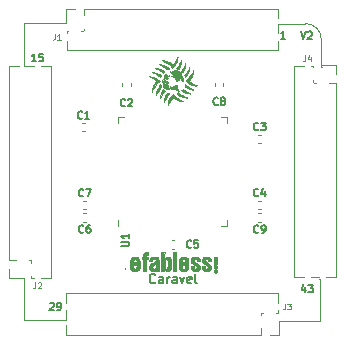
<source format=gbr>
G04 #@! TF.GenerationSoftware,KiCad,Pcbnew,(6.0.8)*
G04 #@! TF.CreationDate,2022-11-09T16:14:19-08:00*
G04 #@! TF.ProjectId,caravel_breakout_QFN,63617261-7665-46c5-9f62-7265616b6f75,rev?*
G04 #@! TF.SameCoordinates,Original*
G04 #@! TF.FileFunction,Legend,Top*
G04 #@! TF.FilePolarity,Positive*
%FSLAX46Y46*%
G04 Gerber Fmt 4.6, Leading zero omitted, Abs format (unit mm)*
G04 Created by KiCad (PCBNEW (6.0.8)) date 2022-11-09 16:14:19*
%MOMM*%
%LPD*%
G01*
G04 APERTURE LIST*
%ADD10C,0.120000*%
%ADD11C,0.127000*%
%ADD12C,0.152400*%
%ADD13C,0.125000*%
%ADD14C,0.010000*%
G04 APERTURE END LIST*
D10*
X123063000Y-80908200D02*
X123063000Y-84531200D01*
X126621000Y-80906200D02*
X126621000Y-80721200D01*
X148178159Y-106077500D02*
X148178159Y-102565200D01*
X148027470Y-102558000D02*
X148178159Y-102558000D01*
X123052000Y-106019600D02*
X126675000Y-106019600D01*
X122803000Y-102490000D02*
X123057000Y-102490000D01*
X148234400Y-84593000D02*
X148234400Y-82199459D01*
X126675000Y-105862470D02*
X126675000Y-106019600D01*
X123063000Y-84531200D02*
X123317000Y-84531200D01*
X148234414Y-82221386D02*
G75*
G03*
X146939000Y-80925986I-1295414J-14D01*
G01*
X144640000Y-106077500D02*
X148178159Y-106077500D01*
X144640000Y-106262500D02*
X144640000Y-106077500D01*
X126601159Y-80908200D02*
X123063000Y-80908200D01*
X144586000Y-81088730D02*
X144586000Y-80929459D01*
X146903317Y-80929459D02*
X144586000Y-80929459D01*
X148335000Y-84593000D02*
X148234400Y-84593000D01*
X123057000Y-102490000D02*
X123057000Y-106028159D01*
D11*
X125246190Y-104623938D02*
X125276428Y-104593700D01*
X125336904Y-104563461D01*
X125488095Y-104563461D01*
X125548571Y-104593700D01*
X125578809Y-104623938D01*
X125609047Y-104684414D01*
X125609047Y-104744890D01*
X125578809Y-104835604D01*
X125215952Y-105198461D01*
X125609047Y-105198461D01*
X125911428Y-105198461D02*
X126032380Y-105198461D01*
X126092857Y-105168223D01*
X126123095Y-105137985D01*
X126183571Y-105047271D01*
X126213809Y-104926319D01*
X126213809Y-104684414D01*
X126183571Y-104623938D01*
X126153333Y-104593700D01*
X126092857Y-104563461D01*
X125971904Y-104563461D01*
X125911428Y-104593700D01*
X125881190Y-104623938D01*
X125850952Y-104684414D01*
X125850952Y-104835604D01*
X125881190Y-104896080D01*
X125911428Y-104926319D01*
X125971904Y-104956557D01*
X126092857Y-104956557D01*
X126153333Y-104926319D01*
X126183571Y-104896080D01*
X126213809Y-104835604D01*
X146501152Y-81592661D02*
X146712819Y-82227661D01*
X146924485Y-81592661D01*
X147105914Y-81653138D02*
X147136152Y-81622900D01*
X147196628Y-81592661D01*
X147347819Y-81592661D01*
X147408295Y-81622900D01*
X147438533Y-81653138D01*
X147468771Y-81713614D01*
X147468771Y-81774090D01*
X147438533Y-81864804D01*
X147075676Y-82227661D01*
X147468771Y-82227661D01*
X146884571Y-103251128D02*
X146884571Y-103674461D01*
X146733380Y-103009223D02*
X146582190Y-103462795D01*
X146975285Y-103462795D01*
X147156714Y-103039461D02*
X147549809Y-103039461D01*
X147338142Y-103281366D01*
X147428857Y-103281366D01*
X147489333Y-103311604D01*
X147519571Y-103341842D01*
X147549809Y-103402319D01*
X147549809Y-103553509D01*
X147519571Y-103613985D01*
X147489333Y-103644223D01*
X147428857Y-103674461D01*
X147247428Y-103674461D01*
X147186952Y-103644223D01*
X147156714Y-103613985D01*
X124085047Y-84116461D02*
X123722190Y-84116461D01*
X123903619Y-84116461D02*
X123903619Y-83481461D01*
X123843142Y-83572176D01*
X123782666Y-83632652D01*
X123722190Y-83662890D01*
X124659571Y-83481461D02*
X124357190Y-83481461D01*
X124326952Y-83783842D01*
X124357190Y-83753604D01*
X124417666Y-83723366D01*
X124568857Y-83723366D01*
X124629333Y-83753604D01*
X124659571Y-83783842D01*
X124689809Y-83844319D01*
X124689809Y-83995509D01*
X124659571Y-84055985D01*
X124629333Y-84086223D01*
X124568857Y-84116461D01*
X124417666Y-84116461D01*
X124357190Y-84086223D01*
X124326952Y-84055985D01*
X145215428Y-82211461D02*
X144852571Y-82211461D01*
X145034000Y-82211461D02*
X145034000Y-81576461D01*
X144973523Y-81667176D01*
X144913047Y-81727652D01*
X144852571Y-81757890D01*
D12*
X134180942Y-102811942D02*
X134144657Y-102848228D01*
X134035800Y-102884514D01*
X133963228Y-102884514D01*
X133854371Y-102848228D01*
X133781800Y-102775657D01*
X133745514Y-102703085D01*
X133709228Y-102557942D01*
X133709228Y-102449085D01*
X133745514Y-102303942D01*
X133781800Y-102231371D01*
X133854371Y-102158800D01*
X133963228Y-102122514D01*
X134035800Y-102122514D01*
X134144657Y-102158800D01*
X134180942Y-102195085D01*
X134834085Y-102884514D02*
X134834085Y-102485371D01*
X134797800Y-102412800D01*
X134725228Y-102376514D01*
X134580085Y-102376514D01*
X134507514Y-102412800D01*
X134834085Y-102848228D02*
X134761514Y-102884514D01*
X134580085Y-102884514D01*
X134507514Y-102848228D01*
X134471228Y-102775657D01*
X134471228Y-102703085D01*
X134507514Y-102630514D01*
X134580085Y-102594228D01*
X134761514Y-102594228D01*
X134834085Y-102557942D01*
X135196942Y-102884514D02*
X135196942Y-102376514D01*
X135196942Y-102521657D02*
X135233228Y-102449085D01*
X135269514Y-102412800D01*
X135342085Y-102376514D01*
X135414657Y-102376514D01*
X135995228Y-102884514D02*
X135995228Y-102485371D01*
X135958942Y-102412800D01*
X135886371Y-102376514D01*
X135741228Y-102376514D01*
X135668657Y-102412800D01*
X135995228Y-102848228D02*
X135922657Y-102884514D01*
X135741228Y-102884514D01*
X135668657Y-102848228D01*
X135632371Y-102775657D01*
X135632371Y-102703085D01*
X135668657Y-102630514D01*
X135741228Y-102594228D01*
X135922657Y-102594228D01*
X135995228Y-102557942D01*
X136285514Y-102376514D02*
X136466942Y-102884514D01*
X136648371Y-102376514D01*
X137228942Y-102848228D02*
X137156371Y-102884514D01*
X137011228Y-102884514D01*
X136938657Y-102848228D01*
X136902371Y-102775657D01*
X136902371Y-102485371D01*
X136938657Y-102412800D01*
X137011228Y-102376514D01*
X137156371Y-102376514D01*
X137228942Y-102412800D01*
X137265228Y-102485371D01*
X137265228Y-102557942D01*
X136902371Y-102630514D01*
X137700657Y-102884514D02*
X137628085Y-102848228D01*
X137591800Y-102775657D01*
X137591800Y-102122514D01*
D11*
X128113366Y-95502185D02*
X128083128Y-95532423D01*
X127992414Y-95562661D01*
X127931938Y-95562661D01*
X127841223Y-95532423D01*
X127780747Y-95471947D01*
X127750509Y-95411471D01*
X127720271Y-95290519D01*
X127720271Y-95199804D01*
X127750509Y-95078852D01*
X127780747Y-95018376D01*
X127841223Y-94957900D01*
X127931938Y-94927661D01*
X127992414Y-94927661D01*
X128083128Y-94957900D01*
X128113366Y-94988138D01*
X128325033Y-94927661D02*
X128748366Y-94927661D01*
X128476223Y-95562661D01*
X128011766Y-88923585D02*
X127981528Y-88953823D01*
X127890814Y-88984061D01*
X127830338Y-88984061D01*
X127739623Y-88953823D01*
X127679147Y-88893347D01*
X127648909Y-88832871D01*
X127618671Y-88711919D01*
X127618671Y-88621204D01*
X127648909Y-88500252D01*
X127679147Y-88439776D01*
X127739623Y-88379300D01*
X127830338Y-88349061D01*
X127890814Y-88349061D01*
X127981528Y-88379300D01*
X128011766Y-88409538D01*
X128616528Y-88984061D02*
X128253671Y-88984061D01*
X128435100Y-88984061D02*
X128435100Y-88349061D01*
X128374623Y-88439776D01*
X128314147Y-88500252D01*
X128253671Y-88530490D01*
X131643966Y-87882185D02*
X131613728Y-87912423D01*
X131523014Y-87942661D01*
X131462538Y-87942661D01*
X131371823Y-87912423D01*
X131311347Y-87851947D01*
X131281109Y-87791471D01*
X131250871Y-87670519D01*
X131250871Y-87579804D01*
X131281109Y-87458852D01*
X131311347Y-87398376D01*
X131371823Y-87337900D01*
X131462538Y-87307661D01*
X131523014Y-87307661D01*
X131613728Y-87337900D01*
X131643966Y-87368138D01*
X131885871Y-87368138D02*
X131916109Y-87337900D01*
X131976585Y-87307661D01*
X132127776Y-87307661D01*
X132188252Y-87337900D01*
X132218490Y-87368138D01*
X132248728Y-87428614D01*
X132248728Y-87489090D01*
X132218490Y-87579804D01*
X131855633Y-87942661D01*
X132248728Y-87942661D01*
X142921566Y-98575585D02*
X142891328Y-98605823D01*
X142800614Y-98636061D01*
X142740138Y-98636061D01*
X142649423Y-98605823D01*
X142588947Y-98545347D01*
X142558709Y-98484871D01*
X142528471Y-98363919D01*
X142528471Y-98273204D01*
X142558709Y-98152252D01*
X142588947Y-98091776D01*
X142649423Y-98031300D01*
X142740138Y-98001061D01*
X142800614Y-98001061D01*
X142891328Y-98031300D01*
X142921566Y-98061538D01*
X143223947Y-98636061D02*
X143344900Y-98636061D01*
X143405376Y-98605823D01*
X143435614Y-98575585D01*
X143496090Y-98484871D01*
X143526328Y-98363919D01*
X143526328Y-98122014D01*
X143496090Y-98061538D01*
X143465852Y-98031300D01*
X143405376Y-98001061D01*
X143284423Y-98001061D01*
X143223947Y-98031300D01*
X143193709Y-98061538D01*
X143163471Y-98122014D01*
X143163471Y-98273204D01*
X143193709Y-98333680D01*
X143223947Y-98363919D01*
X143284423Y-98394157D01*
X143405376Y-98394157D01*
X143465852Y-98363919D01*
X143496090Y-98333680D01*
X143526328Y-98273204D01*
X142921566Y-95476785D02*
X142891328Y-95507023D01*
X142800614Y-95537261D01*
X142740138Y-95537261D01*
X142649423Y-95507023D01*
X142588947Y-95446547D01*
X142558709Y-95386071D01*
X142528471Y-95265119D01*
X142528471Y-95174404D01*
X142558709Y-95053452D01*
X142588947Y-94992976D01*
X142649423Y-94932500D01*
X142740138Y-94902261D01*
X142800614Y-94902261D01*
X142891328Y-94932500D01*
X142921566Y-94962738D01*
X143465852Y-95113928D02*
X143465852Y-95537261D01*
X143314661Y-94872023D02*
X143163471Y-95325595D01*
X143556566Y-95325595D01*
X142921566Y-89888785D02*
X142891328Y-89919023D01*
X142800614Y-89949261D01*
X142740138Y-89949261D01*
X142649423Y-89919023D01*
X142588947Y-89858547D01*
X142558709Y-89798071D01*
X142528471Y-89677119D01*
X142528471Y-89586404D01*
X142558709Y-89465452D01*
X142588947Y-89404976D01*
X142649423Y-89344500D01*
X142740138Y-89314261D01*
X142800614Y-89314261D01*
X142891328Y-89344500D01*
X142921566Y-89374738D01*
X143133233Y-89314261D02*
X143526328Y-89314261D01*
X143314661Y-89556166D01*
X143405376Y-89556166D01*
X143465852Y-89586404D01*
X143496090Y-89616642D01*
X143526328Y-89677119D01*
X143526328Y-89828309D01*
X143496090Y-89888785D01*
X143465852Y-89919023D01*
X143405376Y-89949261D01*
X143223947Y-89949261D01*
X143163471Y-89919023D01*
X143133233Y-89888785D01*
D13*
X125690333Y-81793590D02*
X125690333Y-82150733D01*
X125666523Y-82222161D01*
X125618904Y-82269780D01*
X125547476Y-82293590D01*
X125499857Y-82293590D01*
X126190333Y-82293590D02*
X125904619Y-82293590D01*
X126047476Y-82293590D02*
X126047476Y-81793590D01*
X125999857Y-81865019D01*
X125952238Y-81912638D01*
X125904619Y-81936447D01*
X124039333Y-102824790D02*
X124039333Y-103181933D01*
X124015523Y-103253361D01*
X123967904Y-103300980D01*
X123896476Y-103324790D01*
X123848857Y-103324790D01*
X124253619Y-102872409D02*
X124277428Y-102848600D01*
X124325047Y-102824790D01*
X124444095Y-102824790D01*
X124491714Y-102848600D01*
X124515523Y-102872409D01*
X124539333Y-102920028D01*
X124539333Y-102967647D01*
X124515523Y-103039076D01*
X124229809Y-103324790D01*
X124539333Y-103324790D01*
X145172133Y-104628190D02*
X145172133Y-104985333D01*
X145148323Y-105056761D01*
X145100704Y-105104380D01*
X145029276Y-105128190D01*
X144981657Y-105128190D01*
X145362609Y-104628190D02*
X145672133Y-104628190D01*
X145505466Y-104818666D01*
X145576895Y-104818666D01*
X145624514Y-104842476D01*
X145648323Y-104866285D01*
X145672133Y-104913904D01*
X145672133Y-105032952D01*
X145648323Y-105080571D01*
X145624514Y-105104380D01*
X145576895Y-105128190D01*
X145434038Y-105128190D01*
X145386419Y-105104380D01*
X145362609Y-105080571D01*
D11*
X137231966Y-99845585D02*
X137201728Y-99875823D01*
X137111014Y-99906061D01*
X137050538Y-99906061D01*
X136959823Y-99875823D01*
X136899347Y-99815347D01*
X136869109Y-99754871D01*
X136838871Y-99633919D01*
X136838871Y-99543204D01*
X136869109Y-99422252D01*
X136899347Y-99361776D01*
X136959823Y-99301300D01*
X137050538Y-99271061D01*
X137111014Y-99271061D01*
X137201728Y-99301300D01*
X137231966Y-99331538D01*
X137806490Y-99271061D02*
X137504109Y-99271061D01*
X137473871Y-99573442D01*
X137504109Y-99543204D01*
X137564585Y-99512966D01*
X137715776Y-99512966D01*
X137776252Y-99543204D01*
X137806490Y-99573442D01*
X137836728Y-99633919D01*
X137836728Y-99785109D01*
X137806490Y-99845585D01*
X137776252Y-99875823D01*
X137715776Y-99906061D01*
X137564585Y-99906061D01*
X137504109Y-99875823D01*
X137473871Y-99845585D01*
D13*
X146890333Y-83625790D02*
X146890333Y-83982933D01*
X146866523Y-84054361D01*
X146818904Y-84101980D01*
X146747476Y-84125790D01*
X146699857Y-84125790D01*
X147342714Y-83792457D02*
X147342714Y-84125790D01*
X147223666Y-83601980D02*
X147104619Y-83959123D01*
X147414142Y-83959123D01*
D11*
X128113366Y-98575585D02*
X128083128Y-98605823D01*
X127992414Y-98636061D01*
X127931938Y-98636061D01*
X127841223Y-98605823D01*
X127780747Y-98545347D01*
X127750509Y-98484871D01*
X127720271Y-98363919D01*
X127720271Y-98273204D01*
X127750509Y-98152252D01*
X127780747Y-98091776D01*
X127841223Y-98031300D01*
X127931938Y-98001061D01*
X127992414Y-98001061D01*
X128083128Y-98031300D01*
X128113366Y-98061538D01*
X128657652Y-98001061D02*
X128536700Y-98001061D01*
X128476223Y-98031300D01*
X128445985Y-98061538D01*
X128385509Y-98152252D01*
X128355271Y-98273204D01*
X128355271Y-98515109D01*
X128385509Y-98575585D01*
X128415747Y-98605823D01*
X128476223Y-98636061D01*
X128597176Y-98636061D01*
X128657652Y-98605823D01*
X128687890Y-98575585D01*
X128718128Y-98515109D01*
X128718128Y-98363919D01*
X128687890Y-98303442D01*
X128657652Y-98273204D01*
X128597176Y-98242966D01*
X128476223Y-98242966D01*
X128415747Y-98273204D01*
X128385509Y-98303442D01*
X128355271Y-98363919D01*
X131325861Y-99747009D02*
X131839909Y-99747009D01*
X131900385Y-99716771D01*
X131930623Y-99686533D01*
X131960861Y-99626057D01*
X131960861Y-99505104D01*
X131930623Y-99444628D01*
X131900385Y-99414390D01*
X131839909Y-99384152D01*
X131325861Y-99384152D01*
X131960861Y-98749152D02*
X131960861Y-99112009D01*
X131960861Y-98930580D02*
X131325861Y-98930580D01*
X131416576Y-98991057D01*
X131477052Y-99051533D01*
X131507290Y-99112009D01*
X139492566Y-87755185D02*
X139462328Y-87785423D01*
X139371614Y-87815661D01*
X139311138Y-87815661D01*
X139220423Y-87785423D01*
X139159947Y-87724947D01*
X139129709Y-87664471D01*
X139099471Y-87543519D01*
X139099471Y-87452804D01*
X139129709Y-87331852D01*
X139159947Y-87271376D01*
X139220423Y-87210900D01*
X139311138Y-87180661D01*
X139371614Y-87180661D01*
X139462328Y-87210900D01*
X139492566Y-87241138D01*
X139855423Y-87452804D02*
X139794947Y-87422566D01*
X139764709Y-87392328D01*
X139734471Y-87331852D01*
X139734471Y-87301614D01*
X139764709Y-87241138D01*
X139794947Y-87210900D01*
X139855423Y-87180661D01*
X139976376Y-87180661D01*
X140036852Y-87210900D01*
X140067090Y-87241138D01*
X140097328Y-87301614D01*
X140097328Y-87331852D01*
X140067090Y-87392328D01*
X140036852Y-87422566D01*
X139976376Y-87452804D01*
X139855423Y-87452804D01*
X139794947Y-87483042D01*
X139764709Y-87513280D01*
X139734471Y-87573757D01*
X139734471Y-87694709D01*
X139764709Y-87755185D01*
X139794947Y-87785423D01*
X139855423Y-87815661D01*
X139976376Y-87815661D01*
X140036852Y-87785423D01*
X140067090Y-87755185D01*
X140097328Y-87694709D01*
X140097328Y-87573757D01*
X140067090Y-87513280D01*
X140036852Y-87483042D01*
X139976376Y-87452804D01*
D10*
X128111364Y-95931400D02*
X128327036Y-95931400D01*
X128111364Y-96651400D02*
X128327036Y-96651400D01*
X128009764Y-89302000D02*
X128225436Y-89302000D01*
X128009764Y-90022000D02*
X128225436Y-90022000D01*
X132109800Y-86213836D02*
X132109800Y-85998164D01*
X131389800Y-86213836D02*
X131389800Y-85998164D01*
X143135236Y-96998200D02*
X142919564Y-96998200D01*
X143135236Y-97718200D02*
X142919564Y-97718200D01*
X143135236Y-96651400D02*
X142919564Y-96651400D01*
X143135236Y-95931400D02*
X142919564Y-95931400D01*
X142919564Y-91063400D02*
X143135236Y-91063400D01*
X142919564Y-90343400D02*
X143135236Y-90343400D01*
X128141000Y-81345471D02*
X128141000Y-81488529D01*
X144586000Y-82359530D02*
X144586000Y-83182000D01*
X128141000Y-79652000D02*
X128141000Y-80218529D01*
X126817529Y-81542000D02*
X126686000Y-81542000D01*
X126686000Y-83182000D02*
X144586000Y-83182000D01*
X127381000Y-79652000D02*
X126621000Y-79652000D01*
X144586000Y-81089530D02*
X144586000Y-81744470D01*
X126686000Y-82359530D02*
X126686000Y-83182000D01*
X128141000Y-79652000D02*
X144586000Y-79652000D01*
X126621000Y-79652000D02*
X126621000Y-80782000D01*
X128087529Y-81542000D02*
X127944471Y-81542000D01*
X126686000Y-81542000D02*
X126686000Y-81744470D01*
X144586000Y-79652000D02*
X144586000Y-80474470D01*
X121800000Y-100970000D02*
X122366529Y-100970000D01*
X123237530Y-84525000D02*
X123892470Y-84525000D01*
X121800000Y-84525000D02*
X122622470Y-84525000D01*
X121800000Y-102490000D02*
X122930000Y-102490000D01*
X123493471Y-100970000D02*
X123636529Y-100970000D01*
X121800000Y-100970000D02*
X121800000Y-84525000D01*
X124507530Y-102425000D02*
X125330000Y-102425000D01*
X123690000Y-101023471D02*
X123690000Y-101166529D01*
X121800000Y-101730000D02*
X121800000Y-102490000D01*
X124507530Y-84525000D02*
X125330000Y-84525000D01*
X123690000Y-102425000D02*
X123892470Y-102425000D01*
X125330000Y-102425000D02*
X125330000Y-84525000D01*
X123690000Y-102293471D02*
X123690000Y-102425000D01*
X126675000Y-105862470D02*
X126675000Y-105207530D01*
X144443471Y-105410000D02*
X144575000Y-105410000D01*
X126675000Y-104592470D02*
X126675000Y-103770000D01*
X144575000Y-105410000D02*
X144575000Y-105207530D01*
X143120000Y-107300000D02*
X143120000Y-106733471D01*
X143880000Y-107300000D02*
X144640000Y-107300000D01*
X144575000Y-103770000D02*
X126675000Y-103770000D01*
X144640000Y-107300000D02*
X144640000Y-106170000D01*
X144575000Y-104592470D02*
X144575000Y-103770000D01*
X126675000Y-107300000D02*
X126675000Y-106477530D01*
X143173471Y-105410000D02*
X143316529Y-105410000D01*
X143120000Y-107300000D02*
X126675000Y-107300000D01*
X143120000Y-105606529D02*
X143120000Y-105463471D01*
X135794636Y-99978800D02*
X135578964Y-99978800D01*
X135794636Y-99258800D02*
X135578964Y-99258800D01*
X147566000Y-84483600D02*
X147363530Y-84483600D01*
X149456000Y-85938600D02*
X148889471Y-85938600D01*
X147762529Y-85938600D02*
X147619471Y-85938600D01*
X147566000Y-84615129D02*
X147566000Y-84483600D01*
X146748470Y-102383600D02*
X145926000Y-102383600D01*
X146748470Y-84483600D02*
X145926000Y-84483600D01*
X149456000Y-85178600D02*
X149456000Y-84418600D01*
X147566000Y-85885129D02*
X147566000Y-85742071D01*
X145926000Y-84483600D02*
X145926000Y-102383600D01*
X148018470Y-102383600D02*
X147363530Y-102383600D01*
X149456000Y-85938600D02*
X149456000Y-102383600D01*
X149456000Y-84418600D02*
X148326000Y-84418600D01*
X149456000Y-102383600D02*
X148633530Y-102383600D01*
G36*
X137659834Y-100662031D02*
G01*
X137728149Y-100669039D01*
X137779965Y-100683500D01*
X137823906Y-100707687D01*
X137862240Y-100738239D01*
X137909116Y-100796280D01*
X137946683Y-100874023D01*
X137969075Y-100957476D01*
X137972800Y-101001940D01*
X137970963Y-101021425D01*
X137960857Y-101033095D01*
X137935584Y-101038946D01*
X137888250Y-101040979D01*
X137837333Y-101041200D01*
X137701867Y-101041200D01*
X137701867Y-100981933D01*
X137688318Y-100917585D01*
X137649282Y-100874738D01*
X137587172Y-100855703D01*
X137569024Y-100854934D01*
X137505420Y-100867521D01*
X137464187Y-100900552D01*
X137448125Y-100946931D01*
X137460030Y-100999560D01*
X137494433Y-101044098D01*
X137528594Y-101072261D01*
X137582231Y-101112623D01*
X137646579Y-101158692D01*
X137684933Y-101185182D01*
X137769539Y-101243720D01*
X137830830Y-101289079D01*
X137874155Y-101326117D01*
X137904865Y-101359691D01*
X137928308Y-101394658D01*
X137940581Y-101417292D01*
X137966398Y-101499784D01*
X137969183Y-101592230D01*
X137950728Y-101683977D01*
X137912825Y-101764367D01*
X137874712Y-101809044D01*
X137813762Y-101845362D01*
X137730138Y-101871311D01*
X137633690Y-101885974D01*
X137534265Y-101888435D01*
X137441711Y-101877777D01*
X137371667Y-101855862D01*
X137284375Y-101797973D01*
X137220846Y-101718348D01*
X137184456Y-101622292D01*
X137176933Y-101549744D01*
X137176933Y-101481467D01*
X137447867Y-101481467D01*
X137447867Y-101557667D01*
X137459411Y-101629440D01*
X137492598Y-101677892D01*
X137545257Y-101700339D01*
X137564116Y-101701600D01*
X137618620Y-101689234D01*
X137666146Y-101657761D01*
X137696354Y-101615619D01*
X137701867Y-101589191D01*
X137697791Y-101551128D01*
X137682601Y-101516853D01*
X137651847Y-101481368D01*
X137601081Y-101439677D01*
X137525855Y-101386783D01*
X137515424Y-101379749D01*
X137401073Y-101298287D01*
X137314912Y-101225256D01*
X137253724Y-101156415D01*
X137214291Y-101087526D01*
X137193396Y-101014353D01*
X137187839Y-100948261D01*
X137200238Y-100851449D01*
X137240201Y-100773999D01*
X137307267Y-100716265D01*
X137400972Y-100678599D01*
X137520854Y-100661351D01*
X137566400Y-100660200D01*
X137659834Y-100662031D01*
G37*
D14*
X137659834Y-100662031D02*
X137728149Y-100669039D01*
X137779965Y-100683500D01*
X137823906Y-100707687D01*
X137862240Y-100738239D01*
X137909116Y-100796280D01*
X137946683Y-100874023D01*
X137969075Y-100957476D01*
X137972800Y-101001940D01*
X137970963Y-101021425D01*
X137960857Y-101033095D01*
X137935584Y-101038946D01*
X137888250Y-101040979D01*
X137837333Y-101041200D01*
X137701867Y-101041200D01*
X137701867Y-100981933D01*
X137688318Y-100917585D01*
X137649282Y-100874738D01*
X137587172Y-100855703D01*
X137569024Y-100854934D01*
X137505420Y-100867521D01*
X137464187Y-100900552D01*
X137448125Y-100946931D01*
X137460030Y-100999560D01*
X137494433Y-101044098D01*
X137528594Y-101072261D01*
X137582231Y-101112623D01*
X137646579Y-101158692D01*
X137684933Y-101185182D01*
X137769539Y-101243720D01*
X137830830Y-101289079D01*
X137874155Y-101326117D01*
X137904865Y-101359691D01*
X137928308Y-101394658D01*
X137940581Y-101417292D01*
X137966398Y-101499784D01*
X137969183Y-101592230D01*
X137950728Y-101683977D01*
X137912825Y-101764367D01*
X137874712Y-101809044D01*
X137813762Y-101845362D01*
X137730138Y-101871311D01*
X137633690Y-101885974D01*
X137534265Y-101888435D01*
X137441711Y-101877777D01*
X137371667Y-101855862D01*
X137284375Y-101797973D01*
X137220846Y-101718348D01*
X137184456Y-101622292D01*
X137176933Y-101549744D01*
X137176933Y-101481467D01*
X137447867Y-101481467D01*
X137447867Y-101557667D01*
X137459411Y-101629440D01*
X137492598Y-101677892D01*
X137545257Y-101700339D01*
X137564116Y-101701600D01*
X137618620Y-101689234D01*
X137666146Y-101657761D01*
X137696354Y-101615619D01*
X137701867Y-101589191D01*
X137697791Y-101551128D01*
X137682601Y-101516853D01*
X137651847Y-101481368D01*
X137601081Y-101439677D01*
X137525855Y-101386783D01*
X137515424Y-101379749D01*
X137401073Y-101298287D01*
X137314912Y-101225256D01*
X137253724Y-101156415D01*
X137214291Y-101087526D01*
X137193396Y-101014353D01*
X137187839Y-100948261D01*
X137200238Y-100851449D01*
X137240201Y-100773999D01*
X137307267Y-100716265D01*
X137400972Y-100678599D01*
X137520854Y-100661351D01*
X137566400Y-100660200D01*
X137659834Y-100662031D01*
G36*
X135834967Y-100282721D02*
G01*
X135966200Y-100287667D01*
X135966200Y-101862467D01*
X135834967Y-101867412D01*
X135703733Y-101872358D01*
X135703733Y-100277776D01*
X135834967Y-100282721D01*
G37*
X135834967Y-100282721D02*
X135966200Y-100287667D01*
X135966200Y-101862467D01*
X135834967Y-101867412D01*
X135703733Y-101872358D01*
X135703733Y-100277776D01*
X135834967Y-100282721D01*
G36*
X139340158Y-101128798D02*
G01*
X139399793Y-101141359D01*
X139402564Y-101142381D01*
X139431995Y-101159690D01*
X139444179Y-101189278D01*
X139446000Y-101223661D01*
X139441484Y-101274138D01*
X139423919Y-101305695D01*
X139387275Y-101322482D01*
X139325524Y-101328646D01*
X139292838Y-101329067D01*
X139225330Y-101326686D01*
X139182613Y-101318246D01*
X139155860Y-101301803D01*
X139152291Y-101298100D01*
X139127539Y-101250169D01*
X139129007Y-101198946D01*
X139155874Y-101156878D01*
X139161901Y-101152227D01*
X139207249Y-101134804D01*
X139271322Y-101126804D01*
X139340158Y-101128798D01*
G37*
X139340158Y-101128798D02*
X139399793Y-101141359D01*
X139402564Y-101142381D01*
X139431995Y-101159690D01*
X139444179Y-101189278D01*
X139446000Y-101223661D01*
X139441484Y-101274138D01*
X139423919Y-101305695D01*
X139387275Y-101322482D01*
X139325524Y-101328646D01*
X139292838Y-101329067D01*
X139225330Y-101326686D01*
X139182613Y-101318246D01*
X139155860Y-101301803D01*
X139152291Y-101298100D01*
X139127539Y-101250169D01*
X139129007Y-101198946D01*
X139155874Y-101156878D01*
X139161901Y-101152227D01*
X139207249Y-101134804D01*
X139271322Y-101126804D01*
X139340158Y-101128798D01*
G36*
X139383161Y-100669453D02*
G01*
X139421573Y-100673045D01*
X139440112Y-100681290D01*
X139445769Y-100696035D01*
X139446000Y-100702534D01*
X139443172Y-100719407D01*
X139430145Y-100729520D01*
X139400109Y-100734575D01*
X139346250Y-100736276D01*
X139310533Y-100736400D01*
X139243347Y-100736851D01*
X139203118Y-100739644D01*
X139182935Y-100746938D01*
X139175888Y-100760893D01*
X139175066Y-100778733D01*
X139176510Y-100799729D01*
X139185447Y-100812301D01*
X139208788Y-100818608D01*
X139253442Y-100820810D01*
X139310533Y-100821067D01*
X139377947Y-100821733D01*
X139418341Y-100824910D01*
X139438555Y-100832363D01*
X139445428Y-100845858D01*
X139446000Y-100856039D01*
X139443554Y-100873570D01*
X139431580Y-100883661D01*
X139403127Y-100887962D01*
X139351241Y-100888123D01*
X139314766Y-100887180D01*
X139248878Y-100885735D01*
X139209823Y-100887488D01*
X139190589Y-100894415D01*
X139184164Y-100908492D01*
X139183533Y-100924174D01*
X139185429Y-100944761D01*
X139195782Y-100957312D01*
X139221596Y-100964269D01*
X139269871Y-100968075D01*
X139314766Y-100969946D01*
X139384160Y-100974060D01*
X139425257Y-100980801D01*
X139443600Y-100991421D01*
X139446000Y-100999579D01*
X139439712Y-101011411D01*
X139417165Y-101018899D01*
X139372829Y-101022893D01*
X139301179Y-101024240D01*
X139285133Y-101024267D01*
X139207554Y-101023240D01*
X139158452Y-101019629D01*
X139132485Y-101012637D01*
X139124312Y-101001467D01*
X139124266Y-101000278D01*
X139135735Y-100974522D01*
X139143507Y-100969876D01*
X139152716Y-100955332D01*
X139139434Y-100926131D01*
X139124834Y-100891807D01*
X139134163Y-100860202D01*
X139138517Y-100852937D01*
X139151587Y-100818206D01*
X139142590Y-100798750D01*
X139125471Y-100761554D01*
X139130346Y-100718815D01*
X139155067Y-100687302D01*
X139157020Y-100686196D01*
X139189470Y-100677630D01*
X139244481Y-100671386D01*
X139310761Y-100668693D01*
X139317887Y-100668667D01*
X139383161Y-100669453D01*
G37*
X139383161Y-100669453D02*
X139421573Y-100673045D01*
X139440112Y-100681290D01*
X139445769Y-100696035D01*
X139446000Y-100702534D01*
X139443172Y-100719407D01*
X139430145Y-100729520D01*
X139400109Y-100734575D01*
X139346250Y-100736276D01*
X139310533Y-100736400D01*
X139243347Y-100736851D01*
X139203118Y-100739644D01*
X139182935Y-100746938D01*
X139175888Y-100760893D01*
X139175066Y-100778733D01*
X139176510Y-100799729D01*
X139185447Y-100812301D01*
X139208788Y-100818608D01*
X139253442Y-100820810D01*
X139310533Y-100821067D01*
X139377947Y-100821733D01*
X139418341Y-100824910D01*
X139438555Y-100832363D01*
X139445428Y-100845858D01*
X139446000Y-100856039D01*
X139443554Y-100873570D01*
X139431580Y-100883661D01*
X139403127Y-100887962D01*
X139351241Y-100888123D01*
X139314766Y-100887180D01*
X139248878Y-100885735D01*
X139209823Y-100887488D01*
X139190589Y-100894415D01*
X139184164Y-100908492D01*
X139183533Y-100924174D01*
X139185429Y-100944761D01*
X139195782Y-100957312D01*
X139221596Y-100964269D01*
X139269871Y-100968075D01*
X139314766Y-100969946D01*
X139384160Y-100974060D01*
X139425257Y-100980801D01*
X139443600Y-100991421D01*
X139446000Y-100999579D01*
X139439712Y-101011411D01*
X139417165Y-101018899D01*
X139372829Y-101022893D01*
X139301179Y-101024240D01*
X139285133Y-101024267D01*
X139207554Y-101023240D01*
X139158452Y-101019629D01*
X139132485Y-101012637D01*
X139124312Y-101001467D01*
X139124266Y-101000278D01*
X139135735Y-100974522D01*
X139143507Y-100969876D01*
X139152716Y-100955332D01*
X139139434Y-100926131D01*
X139124834Y-100891807D01*
X139134163Y-100860202D01*
X139138517Y-100852937D01*
X139151587Y-100818206D01*
X139142590Y-100798750D01*
X139125471Y-100761554D01*
X139130346Y-100718815D01*
X139155067Y-100687302D01*
X139157020Y-100686196D01*
X139189470Y-100677630D01*
X139244481Y-100671386D01*
X139310761Y-100668693D01*
X139317887Y-100668667D01*
X139383161Y-100669453D01*
G36*
X134977297Y-100279200D02*
G01*
X134972215Y-100533226D01*
X134971044Y-100621606D01*
X134971190Y-100696611D01*
X134972551Y-100752393D01*
X134975023Y-100783101D01*
X134976649Y-100787226D01*
X134991967Y-100774959D01*
X135017430Y-100744786D01*
X135022602Y-100737916D01*
X135078957Y-100688734D01*
X135156073Y-100660182D01*
X135245913Y-100655068D01*
X135256763Y-100656117D01*
X135339767Y-100676315D01*
X135402386Y-100718970D01*
X135452626Y-100789591D01*
X135453749Y-100791681D01*
X135465816Y-100815702D01*
X135475045Y-100839964D01*
X135481815Y-100869203D01*
X135486505Y-100908159D01*
X135489496Y-100961568D01*
X135491166Y-101034168D01*
X135491896Y-101130698D01*
X135492066Y-101255895D01*
X135492066Y-101269800D01*
X135491923Y-101398150D01*
X135491245Y-101497361D01*
X135489659Y-101572159D01*
X135486792Y-101627272D01*
X135482271Y-101667428D01*
X135475723Y-101697352D01*
X135466774Y-101721773D01*
X135455052Y-101745417D01*
X135454439Y-101746566D01*
X135406713Y-101819462D01*
X135353362Y-101863582D01*
X135286420Y-101883937D01*
X135231550Y-101886793D01*
X135171819Y-101883694D01*
X135121522Y-101876909D01*
X135101219Y-101871461D01*
X135067415Y-101849338D01*
X135029009Y-101812953D01*
X135021879Y-101804801D01*
X134992008Y-101771847D01*
X134971358Y-101753654D01*
X134968226Y-101752400D01*
X134961904Y-101767305D01*
X134958748Y-101803948D01*
X134958666Y-101811667D01*
X134958666Y-101870933D01*
X134704667Y-101870933D01*
X134704667Y-101171495D01*
X134977677Y-101171495D01*
X134978769Y-101304856D01*
X134978806Y-101307083D01*
X134984066Y-101619937D01*
X135031577Y-101660769D01*
X135077454Y-101692932D01*
X135117535Y-101700269D01*
X135152641Y-101691081D01*
X135178289Y-101676378D01*
X135197881Y-101651737D01*
X135212165Y-101613068D01*
X135221885Y-101556280D01*
X135227788Y-101477281D01*
X135230620Y-101371980D01*
X135231172Y-101260420D01*
X135230084Y-101142281D01*
X135227205Y-101043487D01*
X135222743Y-100968062D01*
X135216906Y-100920034D01*
X135212809Y-100905999D01*
X135177235Y-100872478D01*
X135122549Y-100857445D01*
X135067617Y-100862167D01*
X135037270Y-100874679D01*
X135014098Y-100897638D01*
X134997326Y-100934920D01*
X134986182Y-100990405D01*
X134979890Y-101067970D01*
X134977677Y-101171495D01*
X134704667Y-101171495D01*
X134704667Y-100279200D01*
X134977297Y-100279200D01*
G37*
X134977297Y-100279200D02*
X134972215Y-100533226D01*
X134971044Y-100621606D01*
X134971190Y-100696611D01*
X134972551Y-100752393D01*
X134975023Y-100783101D01*
X134976649Y-100787226D01*
X134991967Y-100774959D01*
X135017430Y-100744786D01*
X135022602Y-100737916D01*
X135078957Y-100688734D01*
X135156073Y-100660182D01*
X135245913Y-100655068D01*
X135256763Y-100656117D01*
X135339767Y-100676315D01*
X135402386Y-100718970D01*
X135452626Y-100789591D01*
X135453749Y-100791681D01*
X135465816Y-100815702D01*
X135475045Y-100839964D01*
X135481815Y-100869203D01*
X135486505Y-100908159D01*
X135489496Y-100961568D01*
X135491166Y-101034168D01*
X135491896Y-101130698D01*
X135492066Y-101255895D01*
X135492066Y-101269800D01*
X135491923Y-101398150D01*
X135491245Y-101497361D01*
X135489659Y-101572159D01*
X135486792Y-101627272D01*
X135482271Y-101667428D01*
X135475723Y-101697352D01*
X135466774Y-101721773D01*
X135455052Y-101745417D01*
X135454439Y-101746566D01*
X135406713Y-101819462D01*
X135353362Y-101863582D01*
X135286420Y-101883937D01*
X135231550Y-101886793D01*
X135171819Y-101883694D01*
X135121522Y-101876909D01*
X135101219Y-101871461D01*
X135067415Y-101849338D01*
X135029009Y-101812953D01*
X135021879Y-101804801D01*
X134992008Y-101771847D01*
X134971358Y-101753654D01*
X134968226Y-101752400D01*
X134961904Y-101767305D01*
X134958748Y-101803948D01*
X134958666Y-101811667D01*
X134958666Y-101870933D01*
X134704667Y-101870933D01*
X134704667Y-101171495D01*
X134977677Y-101171495D01*
X134978769Y-101304856D01*
X134978806Y-101307083D01*
X134984066Y-101619937D01*
X135031577Y-101660769D01*
X135077454Y-101692932D01*
X135117535Y-101700269D01*
X135152641Y-101691081D01*
X135178289Y-101676378D01*
X135197881Y-101651737D01*
X135212165Y-101613068D01*
X135221885Y-101556280D01*
X135227788Y-101477281D01*
X135230620Y-101371980D01*
X135231172Y-101260420D01*
X135230084Y-101142281D01*
X135227205Y-101043487D01*
X135222743Y-100968062D01*
X135216906Y-100920034D01*
X135212809Y-100905999D01*
X135177235Y-100872478D01*
X135122549Y-100857445D01*
X135067617Y-100862167D01*
X135037270Y-100874679D01*
X135014098Y-100897638D01*
X134997326Y-100934920D01*
X134986182Y-100990405D01*
X134979890Y-101067970D01*
X134977677Y-101171495D01*
X134704667Y-101171495D01*
X134704667Y-100279200D01*
X134977297Y-100279200D01*
G36*
X133536266Y-100480254D02*
G01*
X133481233Y-100485561D01*
X133450206Y-100490099D01*
X133433262Y-100501777D01*
X133425372Y-100529186D01*
X133421505Y-100580918D01*
X133421121Y-100588234D01*
X133416043Y-100685600D01*
X133536266Y-100685600D01*
X133536266Y-100871867D01*
X133417733Y-100871867D01*
X133417733Y-101870933D01*
X133293555Y-101870933D01*
X133231613Y-101869493D01*
X133183622Y-101865696D01*
X133158996Y-101860326D01*
X133158089Y-101859645D01*
X133155199Y-101840444D01*
X133152583Y-101791730D01*
X133150339Y-101717855D01*
X133148564Y-101623174D01*
X133147358Y-101512038D01*
X133146819Y-101388801D01*
X133146800Y-101360111D01*
X133146800Y-100871867D01*
X133096000Y-100871867D01*
X133066958Y-100870303D01*
X133051842Y-100860054D01*
X133046105Y-100832784D01*
X133045200Y-100780158D01*
X133045200Y-100778733D01*
X133046118Y-100725479D01*
X133051752Y-100697759D01*
X133066425Y-100687243D01*
X133093515Y-100685600D01*
X133117937Y-100684312D01*
X133133039Y-100675769D01*
X133142023Y-100652950D01*
X133148091Y-100608835D01*
X133152822Y-100555566D01*
X133167773Y-100453748D01*
X133195676Y-100380211D01*
X133240895Y-100330477D01*
X133307792Y-100300066D01*
X133400732Y-100284501D01*
X133418270Y-100283092D01*
X133536266Y-100274650D01*
X133536266Y-100480254D01*
G37*
X133536266Y-100480254D02*
X133481233Y-100485561D01*
X133450206Y-100490099D01*
X133433262Y-100501777D01*
X133425372Y-100529186D01*
X133421505Y-100580918D01*
X133421121Y-100588234D01*
X133416043Y-100685600D01*
X133536266Y-100685600D01*
X133536266Y-100871867D01*
X133417733Y-100871867D01*
X133417733Y-101870933D01*
X133293555Y-101870933D01*
X133231613Y-101869493D01*
X133183622Y-101865696D01*
X133158996Y-101860326D01*
X133158089Y-101859645D01*
X133155199Y-101840444D01*
X133152583Y-101791730D01*
X133150339Y-101717855D01*
X133148564Y-101623174D01*
X133147358Y-101512038D01*
X133146819Y-101388801D01*
X133146800Y-101360111D01*
X133146800Y-100871867D01*
X133096000Y-100871867D01*
X133066958Y-100870303D01*
X133051842Y-100860054D01*
X133046105Y-100832784D01*
X133045200Y-100780158D01*
X133045200Y-100778733D01*
X133046118Y-100725479D01*
X133051752Y-100697759D01*
X133066425Y-100687243D01*
X133093515Y-100685600D01*
X133117937Y-100684312D01*
X133133039Y-100675769D01*
X133142023Y-100652950D01*
X133148091Y-100608835D01*
X133152822Y-100555566D01*
X133167773Y-100453748D01*
X133195676Y-100380211D01*
X133240895Y-100330477D01*
X133307792Y-100300066D01*
X133400732Y-100284501D01*
X133418270Y-100283092D01*
X133536266Y-100274650D01*
X133536266Y-100480254D01*
G36*
X132061964Y-100936445D02*
G01*
X132098610Y-100832928D01*
X132160168Y-100751776D01*
X132245302Y-100693954D01*
X132352675Y-100660424D01*
X132456518Y-100651734D01*
X132585893Y-100662263D01*
X132689357Y-100694129D01*
X132767631Y-100747743D01*
X132821437Y-100823519D01*
X132839947Y-100871693D01*
X132849900Y-100919304D01*
X132859468Y-100990127D01*
X132867387Y-101073515D01*
X132871449Y-101137180D01*
X132880899Y-101329067D01*
X132313591Y-101329067D01*
X132319562Y-101471234D01*
X132326811Y-101561476D01*
X132341832Y-101623043D01*
X132367921Y-101660832D01*
X132408374Y-101679738D01*
X132463234Y-101684667D01*
X132520152Y-101676823D01*
X132558901Y-101649875D01*
X132584134Y-101598697D01*
X132597775Y-101536500D01*
X132609262Y-101464534D01*
X132858933Y-101464534D01*
X132858561Y-101553434D01*
X132843868Y-101663159D01*
X132802455Y-101754114D01*
X132736833Y-101824629D01*
X132649512Y-101873035D01*
X132543005Y-101897664D01*
X132419821Y-101896847D01*
X132356460Y-101887115D01*
X132250180Y-101853488D01*
X132168188Y-101797966D01*
X132106697Y-101717587D01*
X132086187Y-101675969D01*
X132074053Y-101630292D01*
X132063828Y-101558071D01*
X132055753Y-101466587D01*
X132050065Y-101363122D01*
X132047003Y-101254957D01*
X132046805Y-101149374D01*
X132047518Y-101125867D01*
X132317066Y-101125867D01*
X132604933Y-101125867D01*
X132604933Y-101035017D01*
X132596070Y-100951229D01*
X132568424Y-100894636D01*
X132520416Y-100863259D01*
X132461000Y-100854933D01*
X132394031Y-100866023D01*
X132348799Y-100900612D01*
X132323721Y-100960677D01*
X132317066Y-101035017D01*
X132317066Y-101125867D01*
X132047518Y-101125867D01*
X132049710Y-101053654D01*
X132051191Y-101035017D01*
X132055957Y-100975078D01*
X132061964Y-100936445D01*
G37*
X132061964Y-100936445D02*
X132098610Y-100832928D01*
X132160168Y-100751776D01*
X132245302Y-100693954D01*
X132352675Y-100660424D01*
X132456518Y-100651734D01*
X132585893Y-100662263D01*
X132689357Y-100694129D01*
X132767631Y-100747743D01*
X132821437Y-100823519D01*
X132839947Y-100871693D01*
X132849900Y-100919304D01*
X132859468Y-100990127D01*
X132867387Y-101073515D01*
X132871449Y-101137180D01*
X132880899Y-101329067D01*
X132313591Y-101329067D01*
X132319562Y-101471234D01*
X132326811Y-101561476D01*
X132341832Y-101623043D01*
X132367921Y-101660832D01*
X132408374Y-101679738D01*
X132463234Y-101684667D01*
X132520152Y-101676823D01*
X132558901Y-101649875D01*
X132584134Y-101598697D01*
X132597775Y-101536500D01*
X132609262Y-101464534D01*
X132858933Y-101464534D01*
X132858561Y-101553434D01*
X132843868Y-101663159D01*
X132802455Y-101754114D01*
X132736833Y-101824629D01*
X132649512Y-101873035D01*
X132543005Y-101897664D01*
X132419821Y-101896847D01*
X132356460Y-101887115D01*
X132250180Y-101853488D01*
X132168188Y-101797966D01*
X132106697Y-101717587D01*
X132086187Y-101675969D01*
X132074053Y-101630292D01*
X132063828Y-101558071D01*
X132055753Y-101466587D01*
X132050065Y-101363122D01*
X132047003Y-101254957D01*
X132046805Y-101149374D01*
X132047518Y-101125867D01*
X132317066Y-101125867D01*
X132604933Y-101125867D01*
X132604933Y-101035017D01*
X132596070Y-100951229D01*
X132568424Y-100894636D01*
X132520416Y-100863259D01*
X132461000Y-100854933D01*
X132394031Y-100866023D01*
X132348799Y-100900612D01*
X132323721Y-100960677D01*
X132317066Y-101035017D01*
X132317066Y-101125867D01*
X132047518Y-101125867D01*
X132049710Y-101053654D01*
X132051191Y-101035017D01*
X132055957Y-100975078D01*
X132061964Y-100936445D01*
G36*
X138594822Y-100661398D02*
G01*
X138651336Y-100666024D01*
X138694388Y-100675990D01*
X138734161Y-100693110D01*
X138751733Y-100702534D01*
X138824819Y-100761559D01*
X138876572Y-100841785D01*
X138902213Y-100934864D01*
X138904133Y-100968588D01*
X138904133Y-101041200D01*
X138654564Y-101041200D01*
X138644606Y-100979833D01*
X138622441Y-100910925D01*
X138581887Y-100869863D01*
X138521269Y-100855036D01*
X138514666Y-100854934D01*
X138452086Y-100867672D01*
X138411203Y-100903442D01*
X138396143Y-100958581D01*
X138396133Y-100960224D01*
X138400430Y-100991570D01*
X138416038Y-101022020D01*
X138447029Y-101055682D01*
X138497479Y-101096664D01*
X138571462Y-101149075D01*
X138607800Y-101173651D01*
X138721079Y-101254032D01*
X138805708Y-101325603D01*
X138864310Y-101392554D01*
X138899507Y-101459072D01*
X138913924Y-101529347D01*
X138910182Y-101607567D01*
X138903431Y-101645716D01*
X138868572Y-101738818D01*
X138808699Y-101811629D01*
X138727402Y-101860114D01*
X138706223Y-101867348D01*
X138644579Y-101879027D01*
X138564896Y-101885022D01*
X138479642Y-101885340D01*
X138401281Y-101879986D01*
X138342281Y-101868965D01*
X138336866Y-101867182D01*
X138246655Y-101818519D01*
X138179362Y-101746771D01*
X138137935Y-101656205D01*
X138125200Y-101560787D01*
X138125200Y-101481467D01*
X138374795Y-101481467D01*
X138383786Y-101561232D01*
X138402657Y-101631054D01*
X138438661Y-101679359D01*
X138487547Y-101700947D01*
X138498507Y-101701600D01*
X138559578Y-101690026D01*
X138609256Y-101659814D01*
X138632843Y-101626337D01*
X138642326Y-101580124D01*
X138631824Y-101536149D01*
X138598480Y-101490272D01*
X138539435Y-101438353D01*
X138467324Y-101386665D01*
X138367979Y-101317343D01*
X138293374Y-101259811D01*
X138238661Y-101209380D01*
X138198993Y-101161362D01*
X138169522Y-101111068D01*
X138159244Y-101088659D01*
X138133524Y-101011755D01*
X138127929Y-100939673D01*
X138129455Y-100918206D01*
X138148533Y-100834966D01*
X138190871Y-100768913D01*
X138261265Y-100713140D01*
X138279100Y-100702630D01*
X138319674Y-100682141D01*
X138359641Y-100669496D01*
X138409090Y-100662881D01*
X138478113Y-100660482D01*
X138514666Y-100660296D01*
X138594822Y-100661398D01*
G37*
X138594822Y-100661398D02*
X138651336Y-100666024D01*
X138694388Y-100675990D01*
X138734161Y-100693110D01*
X138751733Y-100702534D01*
X138824819Y-100761559D01*
X138876572Y-100841785D01*
X138902213Y-100934864D01*
X138904133Y-100968588D01*
X138904133Y-101041200D01*
X138654564Y-101041200D01*
X138644606Y-100979833D01*
X138622441Y-100910925D01*
X138581887Y-100869863D01*
X138521269Y-100855036D01*
X138514666Y-100854934D01*
X138452086Y-100867672D01*
X138411203Y-100903442D01*
X138396143Y-100958581D01*
X138396133Y-100960224D01*
X138400430Y-100991570D01*
X138416038Y-101022020D01*
X138447029Y-101055682D01*
X138497479Y-101096664D01*
X138571462Y-101149075D01*
X138607800Y-101173651D01*
X138721079Y-101254032D01*
X138805708Y-101325603D01*
X138864310Y-101392554D01*
X138899507Y-101459072D01*
X138913924Y-101529347D01*
X138910182Y-101607567D01*
X138903431Y-101645716D01*
X138868572Y-101738818D01*
X138808699Y-101811629D01*
X138727402Y-101860114D01*
X138706223Y-101867348D01*
X138644579Y-101879027D01*
X138564896Y-101885022D01*
X138479642Y-101885340D01*
X138401281Y-101879986D01*
X138342281Y-101868965D01*
X138336866Y-101867182D01*
X138246655Y-101818519D01*
X138179362Y-101746771D01*
X138137935Y-101656205D01*
X138125200Y-101560787D01*
X138125200Y-101481467D01*
X138374795Y-101481467D01*
X138383786Y-101561232D01*
X138402657Y-101631054D01*
X138438661Y-101679359D01*
X138487547Y-101700947D01*
X138498507Y-101701600D01*
X138559578Y-101690026D01*
X138609256Y-101659814D01*
X138632843Y-101626337D01*
X138642326Y-101580124D01*
X138631824Y-101536149D01*
X138598480Y-101490272D01*
X138539435Y-101438353D01*
X138467324Y-101386665D01*
X138367979Y-101317343D01*
X138293374Y-101259811D01*
X138238661Y-101209380D01*
X138198993Y-101161362D01*
X138169522Y-101111068D01*
X138159244Y-101088659D01*
X138133524Y-101011755D01*
X138127929Y-100939673D01*
X138129455Y-100918206D01*
X138148533Y-100834966D01*
X138190871Y-100768913D01*
X138261265Y-100713140D01*
X138279100Y-100702630D01*
X138319674Y-100682141D01*
X138359641Y-100669496D01*
X138409090Y-100662881D01*
X138478113Y-100660482D01*
X138514666Y-100660296D01*
X138594822Y-100661398D01*
G36*
X139364337Y-101758288D02*
G01*
X139406406Y-101799317D01*
X139427875Y-101857037D01*
X139429066Y-101875679D01*
X139414444Y-101933615D01*
X139376463Y-101977409D01*
X139323949Y-102003455D01*
X139265730Y-102008148D01*
X139210633Y-101987880D01*
X139192000Y-101972533D01*
X139163667Y-101922610D01*
X139157968Y-101861490D01*
X139174539Y-101802841D01*
X139197325Y-101772285D01*
X139251516Y-101741078D01*
X139309947Y-101737643D01*
X139364337Y-101758288D01*
G37*
X139364337Y-101758288D02*
X139406406Y-101799317D01*
X139427875Y-101857037D01*
X139429066Y-101875679D01*
X139414444Y-101933615D01*
X139376463Y-101977409D01*
X139323949Y-102003455D01*
X139265730Y-102008148D01*
X139210633Y-101987880D01*
X139192000Y-101972533D01*
X139163667Y-101922610D01*
X139157968Y-101861490D01*
X139174539Y-101802841D01*
X139197325Y-101772285D01*
X139251516Y-101741078D01*
X139309947Y-101737643D01*
X139364337Y-101758288D01*
G36*
X136176887Y-100951190D02*
G01*
X136183484Y-100916067D01*
X136193126Y-100886642D01*
X136206388Y-100857280D01*
X136211733Y-100846491D01*
X136271135Y-100760563D01*
X136351092Y-100700206D01*
X136452566Y-100664984D01*
X136576516Y-100654459D01*
X136628860Y-100656782D01*
X136728063Y-100670072D01*
X136803200Y-100695468D01*
X136863023Y-100736698D01*
X136894865Y-100770184D01*
X136925317Y-100813154D01*
X136947889Y-100863363D01*
X136964157Y-100927252D01*
X136975698Y-101011259D01*
X136984087Y-101121824D01*
X136985033Y-101138567D01*
X136995478Y-101329067D01*
X136428391Y-101329067D01*
X136434363Y-101474467D01*
X136438136Y-101546254D01*
X136443970Y-101592950D01*
X136454382Y-101623326D01*
X136471891Y-101646154D01*
X136487844Y-101660733D01*
X136546705Y-101693992D01*
X136604322Y-101696461D01*
X136655204Y-101670953D01*
X136693861Y-101620276D01*
X136714801Y-101547242D01*
X136715135Y-101544408D01*
X136724138Y-101464534D01*
X136978370Y-101464534D01*
X136969493Y-101575117D01*
X136949399Y-101684617D01*
X136907854Y-101769256D01*
X136843516Y-101830142D01*
X136755041Y-101868384D01*
X136641087Y-101885090D01*
X136592733Y-101886039D01*
X136521890Y-101883803D01*
X136458848Y-101878886D01*
X136415671Y-101872281D01*
X136411400Y-101871130D01*
X136324816Y-101827679D01*
X136253903Y-101754989D01*
X136213871Y-101686200D01*
X136198597Y-101652302D01*
X136187305Y-101621387D01*
X136179394Y-101587691D01*
X136174261Y-101545448D01*
X136171303Y-101488893D01*
X136169919Y-101412261D01*
X136169506Y-101309787D01*
X136169477Y-101261334D01*
X136169631Y-101147083D01*
X136169854Y-101125867D01*
X136431867Y-101125867D01*
X136719733Y-101125867D01*
X136719733Y-101024267D01*
X136713066Y-100944844D01*
X136690811Y-100892920D01*
X136649590Y-100864408D01*
X136586023Y-100855217D01*
X136580033Y-100855193D01*
X136530847Y-100858113D01*
X136495458Y-100865093D01*
X136489435Y-100867893D01*
X136455782Y-100909574D01*
X136436229Y-100977546D01*
X136431867Y-101040087D01*
X136431867Y-101125867D01*
X136169854Y-101125867D01*
X136170534Y-101061064D01*
X136171270Y-101040087D01*
X136172761Y-100997645D01*
X136176887Y-100951190D01*
G37*
X136176887Y-100951190D02*
X136183484Y-100916067D01*
X136193126Y-100886642D01*
X136206388Y-100857280D01*
X136211733Y-100846491D01*
X136271135Y-100760563D01*
X136351092Y-100700206D01*
X136452566Y-100664984D01*
X136576516Y-100654459D01*
X136628860Y-100656782D01*
X136728063Y-100670072D01*
X136803200Y-100695468D01*
X136863023Y-100736698D01*
X136894865Y-100770184D01*
X136925317Y-100813154D01*
X136947889Y-100863363D01*
X136964157Y-100927252D01*
X136975698Y-101011259D01*
X136984087Y-101121824D01*
X136985033Y-101138567D01*
X136995478Y-101329067D01*
X136428391Y-101329067D01*
X136434363Y-101474467D01*
X136438136Y-101546254D01*
X136443970Y-101592950D01*
X136454382Y-101623326D01*
X136471891Y-101646154D01*
X136487844Y-101660733D01*
X136546705Y-101693992D01*
X136604322Y-101696461D01*
X136655204Y-101670953D01*
X136693861Y-101620276D01*
X136714801Y-101547242D01*
X136715135Y-101544408D01*
X136724138Y-101464534D01*
X136978370Y-101464534D01*
X136969493Y-101575117D01*
X136949399Y-101684617D01*
X136907854Y-101769256D01*
X136843516Y-101830142D01*
X136755041Y-101868384D01*
X136641087Y-101885090D01*
X136592733Y-101886039D01*
X136521890Y-101883803D01*
X136458848Y-101878886D01*
X136415671Y-101872281D01*
X136411400Y-101871130D01*
X136324816Y-101827679D01*
X136253903Y-101754989D01*
X136213871Y-101686200D01*
X136198597Y-101652302D01*
X136187305Y-101621387D01*
X136179394Y-101587691D01*
X136174261Y-101545448D01*
X136171303Y-101488893D01*
X136169919Y-101412261D01*
X136169506Y-101309787D01*
X136169477Y-101261334D01*
X136169631Y-101147083D01*
X136169854Y-101125867D01*
X136431867Y-101125867D01*
X136719733Y-101125867D01*
X136719733Y-101024267D01*
X136713066Y-100944844D01*
X136690811Y-100892920D01*
X136649590Y-100864408D01*
X136586023Y-100855217D01*
X136580033Y-100855193D01*
X136530847Y-100858113D01*
X136495458Y-100865093D01*
X136489435Y-100867893D01*
X136455782Y-100909574D01*
X136436229Y-100977546D01*
X136431867Y-101040087D01*
X136431867Y-101125867D01*
X136169854Y-101125867D01*
X136170534Y-101061064D01*
X136171270Y-101040087D01*
X136172761Y-100997645D01*
X136176887Y-100951190D01*
G36*
X131617155Y-101656445D02*
G01*
X131619182Y-101676541D01*
X131617155Y-101679022D01*
X131607089Y-101676698D01*
X131605867Y-101667733D01*
X131612062Y-101653795D01*
X131617155Y-101656445D01*
G37*
X131617155Y-101656445D02*
X131619182Y-101676541D01*
X131617155Y-101679022D01*
X131607089Y-101676698D01*
X131605867Y-101667733D01*
X131612062Y-101653795D01*
X131617155Y-101656445D01*
G36*
X139220043Y-101408430D02*
G01*
X139225866Y-101431198D01*
X139215153Y-101458359D01*
X139200466Y-101464534D01*
X139179798Y-101478727D01*
X139175066Y-101499174D01*
X139177840Y-101517453D01*
X139191099Y-101527280D01*
X139222253Y-101530577D01*
X139278711Y-101529263D01*
X139289366Y-101528807D01*
X139353201Y-101524201D01*
X139389096Y-101516326D01*
X139402935Y-101503617D01*
X139403666Y-101498400D01*
X139389220Y-101476673D01*
X139364577Y-101467459D01*
X139334363Y-101453447D01*
X139331324Y-101433593D01*
X139349332Y-101413796D01*
X139383436Y-101413326D01*
X139421988Y-101432088D01*
X139424833Y-101434349D01*
X139442128Y-101467004D01*
X139444436Y-101512387D01*
X139432085Y-101553022D01*
X139422393Y-101564646D01*
X139390030Y-101578109D01*
X139337162Y-101588201D01*
X139277095Y-101593481D01*
X139223137Y-101592507D01*
X139200466Y-101588672D01*
X139149750Y-101564524D01*
X139126766Y-101524629D01*
X139124266Y-101498400D01*
X139134520Y-101451292D01*
X139169345Y-101419969D01*
X139196233Y-101408427D01*
X139220043Y-101408430D01*
G37*
X139220043Y-101408430D02*
X139225866Y-101431198D01*
X139215153Y-101458359D01*
X139200466Y-101464534D01*
X139179798Y-101478727D01*
X139175066Y-101499174D01*
X139177840Y-101517453D01*
X139191099Y-101527280D01*
X139222253Y-101530577D01*
X139278711Y-101529263D01*
X139289366Y-101528807D01*
X139353201Y-101524201D01*
X139389096Y-101516326D01*
X139402935Y-101503617D01*
X139403666Y-101498400D01*
X139389220Y-101476673D01*
X139364577Y-101467459D01*
X139334363Y-101453447D01*
X139331324Y-101433593D01*
X139349332Y-101413796D01*
X139383436Y-101413326D01*
X139421988Y-101432088D01*
X139424833Y-101434349D01*
X139442128Y-101467004D01*
X139444436Y-101512387D01*
X139432085Y-101553022D01*
X139422393Y-101564646D01*
X139390030Y-101578109D01*
X139337162Y-101588201D01*
X139277095Y-101593481D01*
X139223137Y-101592507D01*
X139200466Y-101588672D01*
X139149750Y-101564524D01*
X139126766Y-101524629D01*
X139124266Y-101498400D01*
X139134520Y-101451292D01*
X139169345Y-101419969D01*
X139196233Y-101408427D01*
X139220043Y-101408430D01*
G36*
X133696758Y-101425304D02*
G01*
X133737080Y-101334784D01*
X133749647Y-101316848D01*
X133788821Y-101279009D01*
X133853304Y-101236484D01*
X133946329Y-101187209D01*
X133973476Y-101174047D01*
X134070415Y-101126267D01*
X134140120Y-101087679D01*
X134186783Y-101054844D01*
X134214595Y-101024326D01*
X134227747Y-100992688D01*
X134230533Y-100963258D01*
X134220675Y-100907182D01*
X134188815Y-100872565D01*
X134131531Y-100856692D01*
X134093857Y-100854933D01*
X134017998Y-100865648D01*
X133967955Y-100897399D01*
X133944473Y-100949602D01*
X133942667Y-100973467D01*
X133942667Y-101024267D01*
X133688667Y-101024267D01*
X133688667Y-100960121D01*
X133704499Y-100870241D01*
X133747968Y-100787001D01*
X133813034Y-100720613D01*
X133841067Y-100702534D01*
X133879806Y-100683039D01*
X133917447Y-100670594D01*
X133963191Y-100663665D01*
X134026240Y-100660720D01*
X134095067Y-100660200D01*
X134178509Y-100661069D01*
X134237309Y-100664698D01*
X134280668Y-100672620D01*
X134317789Y-100686369D01*
X134349067Y-100702534D01*
X134384214Y-100722993D01*
X134412559Y-100743738D01*
X134434876Y-100768499D01*
X134451944Y-100801008D01*
X134464540Y-100844994D01*
X134473439Y-100904189D01*
X134479420Y-100982323D01*
X134483259Y-101083128D01*
X134485733Y-101210334D01*
X134487620Y-101367671D01*
X134487622Y-101367831D01*
X134493000Y-101872263D01*
X134374467Y-101867365D01*
X134255933Y-101862467D01*
X134250627Y-101807433D01*
X134244016Y-101766035D01*
X134231832Y-101755920D01*
X134208941Y-101775982D01*
X134193375Y-101795072D01*
X134133861Y-101848949D01*
X134056429Y-101879166D01*
X133964674Y-101887804D01*
X133876651Y-101879646D01*
X133812353Y-101854745D01*
X133757845Y-101812094D01*
X133720610Y-101757328D01*
X133695345Y-101681491D01*
X133687521Y-101643887D01*
X133682396Y-101570335D01*
X133947488Y-101570335D01*
X133957879Y-101621621D01*
X133992915Y-101671226D01*
X134045718Y-101695561D01*
X134108984Y-101692125D01*
X134135459Y-101682470D01*
X134173460Y-101652111D01*
X134194245Y-101618970D01*
X134203638Y-101581060D01*
X134211861Y-101524609D01*
X134218446Y-101457711D01*
X134222929Y-101388462D01*
X134224843Y-101324958D01*
X134223722Y-101275294D01*
X134219099Y-101247566D01*
X134215819Y-101244400D01*
X134192559Y-101253680D01*
X134151113Y-101277611D01*
X134100245Y-101310334D01*
X134048716Y-101345987D01*
X134005289Y-101378709D01*
X133978728Y-101402640D01*
X133978062Y-101403425D01*
X133958616Y-101445674D01*
X133947970Y-101506223D01*
X133947488Y-101570335D01*
X133682396Y-101570335D01*
X133679675Y-101531303D01*
X133696758Y-101425304D01*
G37*
X133696758Y-101425304D02*
X133737080Y-101334784D01*
X133749647Y-101316848D01*
X133788821Y-101279009D01*
X133853304Y-101236484D01*
X133946329Y-101187209D01*
X133973476Y-101174047D01*
X134070415Y-101126267D01*
X134140120Y-101087679D01*
X134186783Y-101054844D01*
X134214595Y-101024326D01*
X134227747Y-100992688D01*
X134230533Y-100963258D01*
X134220675Y-100907182D01*
X134188815Y-100872565D01*
X134131531Y-100856692D01*
X134093857Y-100854933D01*
X134017998Y-100865648D01*
X133967955Y-100897399D01*
X133944473Y-100949602D01*
X133942667Y-100973467D01*
X133942667Y-101024267D01*
X133688667Y-101024267D01*
X133688667Y-100960121D01*
X133704499Y-100870241D01*
X133747968Y-100787001D01*
X133813034Y-100720613D01*
X133841067Y-100702534D01*
X133879806Y-100683039D01*
X133917447Y-100670594D01*
X133963191Y-100663665D01*
X134026240Y-100660720D01*
X134095067Y-100660200D01*
X134178509Y-100661069D01*
X134237309Y-100664698D01*
X134280668Y-100672620D01*
X134317789Y-100686369D01*
X134349067Y-100702534D01*
X134384214Y-100722993D01*
X134412559Y-100743738D01*
X134434876Y-100768499D01*
X134451944Y-100801008D01*
X134464540Y-100844994D01*
X134473439Y-100904189D01*
X134479420Y-100982323D01*
X134483259Y-101083128D01*
X134485733Y-101210334D01*
X134487620Y-101367671D01*
X134487622Y-101367831D01*
X134493000Y-101872263D01*
X134374467Y-101867365D01*
X134255933Y-101862467D01*
X134250627Y-101807433D01*
X134244016Y-101766035D01*
X134231832Y-101755920D01*
X134208941Y-101775982D01*
X134193375Y-101795072D01*
X134133861Y-101848949D01*
X134056429Y-101879166D01*
X133964674Y-101887804D01*
X133876651Y-101879646D01*
X133812353Y-101854745D01*
X133757845Y-101812094D01*
X133720610Y-101757328D01*
X133695345Y-101681491D01*
X133687521Y-101643887D01*
X133682396Y-101570335D01*
X133947488Y-101570335D01*
X133957879Y-101621621D01*
X133992915Y-101671226D01*
X134045718Y-101695561D01*
X134108984Y-101692125D01*
X134135459Y-101682470D01*
X134173460Y-101652111D01*
X134194245Y-101618970D01*
X134203638Y-101581060D01*
X134211861Y-101524609D01*
X134218446Y-101457711D01*
X134222929Y-101388462D01*
X134224843Y-101324958D01*
X134223722Y-101275294D01*
X134219099Y-101247566D01*
X134215819Y-101244400D01*
X134192559Y-101253680D01*
X134151113Y-101277611D01*
X134100245Y-101310334D01*
X134048716Y-101345987D01*
X134005289Y-101378709D01*
X133978728Y-101402640D01*
X133978062Y-101403425D01*
X133958616Y-101445674D01*
X133947970Y-101506223D01*
X133947488Y-101570335D01*
X133682396Y-101570335D01*
X133679675Y-101531303D01*
X133696758Y-101425304D01*
D10*
X128111364Y-97718200D02*
X128327036Y-97718200D01*
X128111364Y-96998200D02*
X128327036Y-96998200D01*
G36*
X135355839Y-85342298D02*
G01*
X135334480Y-85366734D01*
X135314659Y-85373634D01*
X135306127Y-85361540D01*
X135318925Y-85341372D01*
X135344807Y-85319183D01*
X135355386Y-85318797D01*
X135355839Y-85342298D01*
G37*
D14*
X135355839Y-85342298D02*
X135334480Y-85366734D01*
X135314659Y-85373634D01*
X135306127Y-85361540D01*
X135318925Y-85341372D01*
X135344807Y-85319183D01*
X135355386Y-85318797D01*
X135355839Y-85342298D01*
G36*
X135417278Y-84957356D02*
G01*
X135419811Y-84982476D01*
X135417278Y-84985578D01*
X135404694Y-84982672D01*
X135403167Y-84971467D01*
X135410911Y-84954044D01*
X135417278Y-84957356D01*
G37*
X135417278Y-84957356D02*
X135419811Y-84982476D01*
X135417278Y-84985578D01*
X135404694Y-84982672D01*
X135403167Y-84971467D01*
X135410911Y-84954044D01*
X135417278Y-84957356D01*
G36*
X134071178Y-85047282D02*
G01*
X134190649Y-85076691D01*
X134320010Y-85119649D01*
X134446439Y-85171425D01*
X134557114Y-85227288D01*
X134636990Y-85280656D01*
X134667043Y-85308881D01*
X134674554Y-85335611D01*
X134661743Y-85377848D01*
X134652581Y-85400131D01*
X134630818Y-85449398D01*
X134616486Y-85476647D01*
X134614424Y-85478607D01*
X134597002Y-85465749D01*
X134554199Y-85431853D01*
X134493341Y-85382764D01*
X134450667Y-85348005D01*
X134354344Y-85276794D01*
X134239785Y-85203109D01*
X134128035Y-85140265D01*
X134101417Y-85127047D01*
X134016998Y-85085545D01*
X133967995Y-85058292D01*
X133950934Y-85042803D01*
X133962346Y-85036594D01*
X133974417Y-85036153D01*
X134071178Y-85047282D01*
G37*
X134071178Y-85047282D02*
X134190649Y-85076691D01*
X134320010Y-85119649D01*
X134446439Y-85171425D01*
X134557114Y-85227288D01*
X134636990Y-85280656D01*
X134667043Y-85308881D01*
X134674554Y-85335611D01*
X134661743Y-85377848D01*
X134652581Y-85400131D01*
X134630818Y-85449398D01*
X134616486Y-85476647D01*
X134614424Y-85478607D01*
X134597002Y-85465749D01*
X134554199Y-85431853D01*
X134493341Y-85382764D01*
X134450667Y-85348005D01*
X134354344Y-85276794D01*
X134239785Y-85203109D01*
X134128035Y-85140265D01*
X134101417Y-85127047D01*
X134016998Y-85085545D01*
X133967995Y-85058292D01*
X133950934Y-85042803D01*
X133962346Y-85036594D01*
X133974417Y-85036153D01*
X134071178Y-85047282D01*
G36*
X136000564Y-86111965D02*
G01*
X136011465Y-86140019D01*
X136020985Y-86194207D01*
X136023738Y-86220797D01*
X136032326Y-86289268D01*
X136044276Y-86345652D01*
X136048319Y-86357884D01*
X136066039Y-86399647D01*
X136093980Y-86462673D01*
X136124622Y-86530298D01*
X136150444Y-86585857D01*
X136160559Y-86606592D01*
X136157525Y-86623808D01*
X136128809Y-86624258D01*
X136086024Y-86611210D01*
X136040783Y-86587930D01*
X136011006Y-86564518D01*
X135974704Y-86533111D01*
X135935655Y-86515152D01*
X135880202Y-86506598D01*
X135805343Y-86503604D01*
X135690406Y-86494163D01*
X135614124Y-86471386D01*
X135603883Y-86465423D01*
X135559707Y-86444233D01*
X135529569Y-86442920D01*
X135512554Y-86449437D01*
X135513584Y-86433700D01*
X135534140Y-86390137D01*
X135553063Y-86354592D01*
X135598900Y-86293275D01*
X135663872Y-86232784D01*
X135694704Y-86210706D01*
X135764294Y-86172475D01*
X135841084Y-86139937D01*
X135913763Y-86116743D01*
X135971020Y-86106544D01*
X136000564Y-86111965D01*
G37*
X136000564Y-86111965D02*
X136011465Y-86140019D01*
X136020985Y-86194207D01*
X136023738Y-86220797D01*
X136032326Y-86289268D01*
X136044276Y-86345652D01*
X136048319Y-86357884D01*
X136066039Y-86399647D01*
X136093980Y-86462673D01*
X136124622Y-86530298D01*
X136150444Y-86585857D01*
X136160559Y-86606592D01*
X136157525Y-86623808D01*
X136128809Y-86624258D01*
X136086024Y-86611210D01*
X136040783Y-86587930D01*
X136011006Y-86564518D01*
X135974704Y-86533111D01*
X135935655Y-86515152D01*
X135880202Y-86506598D01*
X135805343Y-86503604D01*
X135690406Y-86494163D01*
X135614124Y-86471386D01*
X135603883Y-86465423D01*
X135559707Y-86444233D01*
X135529569Y-86442920D01*
X135512554Y-86449437D01*
X135513584Y-86433700D01*
X135534140Y-86390137D01*
X135553063Y-86354592D01*
X135598900Y-86293275D01*
X135663872Y-86232784D01*
X135694704Y-86210706D01*
X135764294Y-86172475D01*
X135841084Y-86139937D01*
X135913763Y-86116743D01*
X135971020Y-86106544D01*
X136000564Y-86111965D01*
G36*
X135297094Y-86780306D02*
G01*
X135335120Y-86794386D01*
X135357567Y-86804773D01*
X135364406Y-86818979D01*
X135352509Y-86844360D01*
X135318749Y-86888270D01*
X135271068Y-86945018D01*
X135164001Y-87082724D01*
X135069329Y-87226549D01*
X134995239Y-87363488D01*
X134967892Y-87426800D01*
X134939895Y-87492739D01*
X134917054Y-87534954D01*
X134902726Y-87549017D01*
X134900270Y-87530496D01*
X134903689Y-87511467D01*
X134913781Y-87460760D01*
X134927187Y-87388032D01*
X134935761Y-87339315D01*
X134976701Y-87180815D01*
X135042980Y-87015729D01*
X135126675Y-86863657D01*
X135130326Y-86858041D01*
X135171057Y-86798436D01*
X135203167Y-86768490D01*
X135240549Y-86763886D01*
X135297094Y-86780306D01*
G37*
X135297094Y-86780306D02*
X135335120Y-86794386D01*
X135357567Y-86804773D01*
X135364406Y-86818979D01*
X135352509Y-86844360D01*
X135318749Y-86888270D01*
X135271068Y-86945018D01*
X135164001Y-87082724D01*
X135069329Y-87226549D01*
X134995239Y-87363488D01*
X134967892Y-87426800D01*
X134939895Y-87492739D01*
X134917054Y-87534954D01*
X134902726Y-87549017D01*
X134900270Y-87530496D01*
X134903689Y-87511467D01*
X134913781Y-87460760D01*
X134927187Y-87388032D01*
X134935761Y-87339315D01*
X134976701Y-87180815D01*
X135042980Y-87015729D01*
X135126675Y-86863657D01*
X135130326Y-86858041D01*
X135171057Y-86798436D01*
X135203167Y-86768490D01*
X135240549Y-86763886D01*
X135297094Y-86780306D01*
G36*
X134302500Y-84707988D02*
G01*
X134409651Y-84727648D01*
X134534571Y-84762185D01*
X134661668Y-84806279D01*
X134775349Y-84854612D01*
X134848455Y-84894208D01*
X134939326Y-84951984D01*
X134890788Y-85013471D01*
X134851479Y-85059205D01*
X134825440Y-85073562D01*
X134802165Y-85060188D01*
X134791351Y-85047981D01*
X134750926Y-85011462D01*
X134682640Y-84961953D01*
X134596370Y-84905650D01*
X134501990Y-84848750D01*
X134409376Y-84797450D01*
X134330797Y-84759000D01*
X134186084Y-84694918D01*
X134302500Y-84707988D01*
G37*
X134302500Y-84707988D02*
X134409651Y-84727648D01*
X134534571Y-84762185D01*
X134661668Y-84806279D01*
X134775349Y-84854612D01*
X134848455Y-84894208D01*
X134939326Y-84951984D01*
X134890788Y-85013471D01*
X134851479Y-85059205D01*
X134825440Y-85073562D01*
X134802165Y-85060188D01*
X134791351Y-85047981D01*
X134750926Y-85011462D01*
X134682640Y-84961953D01*
X134596370Y-84905650D01*
X134501990Y-84848750D01*
X134409376Y-84797450D01*
X134330797Y-84759000D01*
X134186084Y-84694918D01*
X134302500Y-84707988D01*
G36*
X136846346Y-86173662D02*
G01*
X137050889Y-86322544D01*
X137263977Y-86439404D01*
X137322936Y-86465128D01*
X137385841Y-86492124D01*
X137412423Y-86507409D01*
X137406108Y-86513838D01*
X137382250Y-86514573D01*
X137330192Y-86508997D01*
X137253380Y-86495335D01*
X137167944Y-86476478D01*
X137163370Y-86475361D01*
X137081366Y-86450790D01*
X136986566Y-86415611D01*
X136889085Y-86374407D01*
X136799036Y-86331762D01*
X136726533Y-86292258D01*
X136681689Y-86260480D01*
X136676239Y-86254604D01*
X136671600Y-86218582D01*
X136688814Y-86159501D01*
X136691794Y-86152496D01*
X136726084Y-86074108D01*
X136846346Y-86173662D01*
G37*
X136846346Y-86173662D02*
X137050889Y-86322544D01*
X137263977Y-86439404D01*
X137322936Y-86465128D01*
X137385841Y-86492124D01*
X137412423Y-86507409D01*
X137406108Y-86513838D01*
X137382250Y-86514573D01*
X137330192Y-86508997D01*
X137253380Y-86495335D01*
X137167944Y-86476478D01*
X137163370Y-86475361D01*
X137081366Y-86450790D01*
X136986566Y-86415611D01*
X136889085Y-86374407D01*
X136799036Y-86331762D01*
X136726533Y-86292258D01*
X136681689Y-86260480D01*
X136676239Y-86254604D01*
X136671600Y-86218582D01*
X136688814Y-86159501D01*
X136691794Y-86152496D01*
X136726084Y-86074108D01*
X136846346Y-86173662D01*
G36*
X136743794Y-84313000D02*
G01*
X136740207Y-84363293D01*
X136728990Y-84435548D01*
X136711812Y-84520303D01*
X136690343Y-84608095D01*
X136670889Y-84675134D01*
X136642220Y-84754153D01*
X136606018Y-84837835D01*
X136567076Y-84916912D01*
X136530187Y-84982115D01*
X136500144Y-85024178D01*
X136484803Y-85034967D01*
X136460915Y-85020969D01*
X136423670Y-84986770D01*
X136418920Y-84981787D01*
X136368960Y-84928608D01*
X136414969Y-84870662D01*
X136472054Y-84792485D01*
X136533942Y-84697637D01*
X136594183Y-84597154D01*
X136646327Y-84502072D01*
X136683923Y-84423425D01*
X136696965Y-84388210D01*
X136715992Y-84332575D01*
X136732553Y-84298817D01*
X136738083Y-84294134D01*
X136743794Y-84313000D01*
G37*
X136743794Y-84313000D02*
X136740207Y-84363293D01*
X136728990Y-84435548D01*
X136711812Y-84520303D01*
X136690343Y-84608095D01*
X136670889Y-84675134D01*
X136642220Y-84754153D01*
X136606018Y-84837835D01*
X136567076Y-84916912D01*
X136530187Y-84982115D01*
X136500144Y-85024178D01*
X136484803Y-85034967D01*
X136460915Y-85020969D01*
X136423670Y-84986770D01*
X136418920Y-84981787D01*
X136368960Y-84928608D01*
X136414969Y-84870662D01*
X136472054Y-84792485D01*
X136533942Y-84697637D01*
X136594183Y-84597154D01*
X136646327Y-84502072D01*
X136683923Y-84423425D01*
X136696965Y-84388210D01*
X136715992Y-84332575D01*
X136732553Y-84298817D01*
X136738083Y-84294134D01*
X136743794Y-84313000D01*
G36*
X133682303Y-85365052D02*
G01*
X133688699Y-85365766D01*
X133894455Y-85407330D01*
X134103029Y-85483680D01*
X134302876Y-85589779D01*
X134461068Y-85702700D01*
X134557306Y-85781560D01*
X134359843Y-85985055D01*
X134181339Y-86189701D01*
X134044917Y-86392324D01*
X133953402Y-86585425D01*
X133925782Y-86653707D01*
X133909346Y-86681237D01*
X133904125Y-86668000D01*
X133910152Y-86613978D01*
X133911333Y-86606592D01*
X133943138Y-86435067D01*
X133979270Y-86294660D01*
X134023966Y-86174158D01*
X134081462Y-86062345D01*
X134155995Y-85948006D01*
X134164824Y-85935617D01*
X134278271Y-85777497D01*
X134207667Y-85715506D01*
X134045706Y-85591586D01*
X133853784Y-85479350D01*
X133766813Y-85436558D01*
X133686179Y-85398332D01*
X133640668Y-85375020D01*
X133627023Y-85363670D01*
X133641986Y-85361331D01*
X133682303Y-85365052D01*
G37*
X133682303Y-85365052D02*
X133688699Y-85365766D01*
X133894455Y-85407330D01*
X134103029Y-85483680D01*
X134302876Y-85589779D01*
X134461068Y-85702700D01*
X134557306Y-85781560D01*
X134359843Y-85985055D01*
X134181339Y-86189701D01*
X134044917Y-86392324D01*
X133953402Y-86585425D01*
X133925782Y-86653707D01*
X133909346Y-86681237D01*
X133904125Y-86668000D01*
X133910152Y-86613978D01*
X133911333Y-86606592D01*
X133943138Y-86435067D01*
X133979270Y-86294660D01*
X134023966Y-86174158D01*
X134081462Y-86062345D01*
X134155995Y-85948006D01*
X134164824Y-85935617D01*
X134278271Y-85777497D01*
X134207667Y-85715506D01*
X134045706Y-85591586D01*
X133853784Y-85479350D01*
X133766813Y-85436558D01*
X133686179Y-85398332D01*
X133640668Y-85375020D01*
X133627023Y-85363670D01*
X133641986Y-85361331D01*
X133682303Y-85365052D01*
G36*
X134872790Y-86509323D02*
G01*
X134913463Y-86540976D01*
X134922255Y-86548579D01*
X134981092Y-86600353D01*
X134886673Y-86716274D01*
X134753496Y-86901387D01*
X134647043Y-87100706D01*
X134626040Y-87148300D01*
X134574897Y-87268050D01*
X134587270Y-87144473D01*
X134601705Y-87052809D01*
X134625476Y-86950201D01*
X134643180Y-86890473D01*
X134670890Y-86817499D01*
X134707195Y-86735471D01*
X134747381Y-86653437D01*
X134786734Y-86580450D01*
X134820540Y-86525557D01*
X134844086Y-86497810D01*
X134848578Y-86496136D01*
X134872790Y-86509323D01*
G37*
X134872790Y-86509323D02*
X134913463Y-86540976D01*
X134922255Y-86548579D01*
X134981092Y-86600353D01*
X134886673Y-86716274D01*
X134753496Y-86901387D01*
X134647043Y-87100706D01*
X134626040Y-87148300D01*
X134574897Y-87268050D01*
X134587270Y-87144473D01*
X134601705Y-87052809D01*
X134625476Y-86950201D01*
X134643180Y-86890473D01*
X134670890Y-86817499D01*
X134707195Y-86735471D01*
X134747381Y-86653437D01*
X134786734Y-86580450D01*
X134820540Y-86525557D01*
X134844086Y-86497810D01*
X134848578Y-86496136D01*
X134872790Y-86509323D01*
G36*
X135102297Y-85201275D02*
G01*
X135127547Y-85223394D01*
X135140347Y-85225467D01*
X135159296Y-85238593D01*
X135168916Y-85282334D01*
X135171084Y-85336592D01*
X135177293Y-85411773D01*
X135192227Y-85477422D01*
X135202084Y-85500634D01*
X135224292Y-85543350D01*
X135233083Y-85567161D01*
X135217613Y-85588404D01*
X135178773Y-85593502D01*
X135132717Y-85581486D01*
X135119290Y-85573998D01*
X135072831Y-85554631D01*
X135022293Y-85560846D01*
X134957091Y-85594868D01*
X134928331Y-85614113D01*
X134887855Y-85641142D01*
X134874434Y-85644005D01*
X134880582Y-85623012D01*
X134883508Y-85615961D01*
X134894189Y-85572451D01*
X134903339Y-85504292D01*
X134907416Y-85452093D01*
X134913189Y-85377680D01*
X134921004Y-85316127D01*
X134926559Y-85290094D01*
X134949778Y-85258514D01*
X134991989Y-85227287D01*
X135040172Y-85202992D01*
X135081309Y-85192211D01*
X135102297Y-85201275D01*
G37*
X135102297Y-85201275D02*
X135127547Y-85223394D01*
X135140347Y-85225467D01*
X135159296Y-85238593D01*
X135168916Y-85282334D01*
X135171084Y-85336592D01*
X135177293Y-85411773D01*
X135192227Y-85477422D01*
X135202084Y-85500634D01*
X135224292Y-85543350D01*
X135233083Y-85567161D01*
X135217613Y-85588404D01*
X135178773Y-85593502D01*
X135132717Y-85581486D01*
X135119290Y-85573998D01*
X135072831Y-85554631D01*
X135022293Y-85560846D01*
X134957091Y-85594868D01*
X134928331Y-85614113D01*
X134887855Y-85641142D01*
X134874434Y-85644005D01*
X134880582Y-85623012D01*
X134883508Y-85615961D01*
X134894189Y-85572451D01*
X134903339Y-85504292D01*
X134907416Y-85452093D01*
X134913189Y-85377680D01*
X134921004Y-85316127D01*
X134926559Y-85290094D01*
X134949778Y-85258514D01*
X134991989Y-85227287D01*
X135040172Y-85202992D01*
X135081309Y-85192211D01*
X135102297Y-85201275D01*
G36*
X136411526Y-84027893D02*
G01*
X136405509Y-84084339D01*
X136392870Y-84160397D01*
X136375508Y-84245359D01*
X136355319Y-84328515D01*
X136344114Y-84368217D01*
X136320218Y-84434069D01*
X136285605Y-84512983D01*
X136245289Y-84595371D01*
X136204285Y-84671646D01*
X136167607Y-84732218D01*
X136140271Y-84767501D01*
X136132662Y-84772503D01*
X136101914Y-84767815D01*
X136050008Y-84749841D01*
X136031660Y-84742099D01*
X135951069Y-84706550D01*
X136018655Y-84643217D01*
X136088636Y-84565049D01*
X136165413Y-84458788D01*
X136241843Y-84336312D01*
X136310785Y-84209503D01*
X136365096Y-84090238D01*
X136386254Y-84031812D01*
X136400640Y-84003620D01*
X136409026Y-84001770D01*
X136411526Y-84027893D01*
G37*
X136411526Y-84027893D02*
X136405509Y-84084339D01*
X136392870Y-84160397D01*
X136375508Y-84245359D01*
X136355319Y-84328515D01*
X136344114Y-84368217D01*
X136320218Y-84434069D01*
X136285605Y-84512983D01*
X136245289Y-84595371D01*
X136204285Y-84671646D01*
X136167607Y-84732218D01*
X136140271Y-84767501D01*
X136132662Y-84772503D01*
X136101914Y-84767815D01*
X136050008Y-84749841D01*
X136031660Y-84742099D01*
X135951069Y-84706550D01*
X136018655Y-84643217D01*
X136088636Y-84565049D01*
X136165413Y-84458788D01*
X136241843Y-84336312D01*
X136310785Y-84209503D01*
X136365096Y-84090238D01*
X136386254Y-84031812D01*
X136400640Y-84003620D01*
X136409026Y-84001770D01*
X136411526Y-84027893D01*
G36*
X137409673Y-84922151D02*
G01*
X137399511Y-84995159D01*
X137382373Y-85090712D01*
X137343174Y-85238791D01*
X137283801Y-85392645D01*
X137211222Y-85536732D01*
X137132407Y-85655513D01*
X137124914Y-85664837D01*
X137082842Y-85717814D01*
X137064770Y-85750054D01*
X137067559Y-85773314D01*
X137088073Y-85799349D01*
X137088803Y-85800156D01*
X137136161Y-85842205D01*
X137210922Y-85897160D01*
X137302873Y-85958508D01*
X137401798Y-86019742D01*
X137497483Y-86074349D01*
X137579712Y-86115820D01*
X137593917Y-86122081D01*
X137658184Y-86150628D01*
X137686311Y-86166979D01*
X137681727Y-86173981D01*
X137657417Y-86174778D01*
X137593301Y-86169462D01*
X137519281Y-86158328D01*
X137509250Y-86156395D01*
X137331158Y-86105058D01*
X137147008Y-86023977D01*
X136971316Y-85920407D01*
X136843577Y-85823648D01*
X136770570Y-85761071D01*
X136914360Y-85626562D01*
X137089190Y-85438308D01*
X137237895Y-85227615D01*
X137353540Y-85004787D01*
X137383487Y-84929744D01*
X137401671Y-84887947D01*
X137410396Y-84885915D01*
X137409673Y-84922151D01*
G37*
X137409673Y-84922151D02*
X137399511Y-84995159D01*
X137382373Y-85090712D01*
X137343174Y-85238791D01*
X137283801Y-85392645D01*
X137211222Y-85536732D01*
X137132407Y-85655513D01*
X137124914Y-85664837D01*
X137082842Y-85717814D01*
X137064770Y-85750054D01*
X137067559Y-85773314D01*
X137088073Y-85799349D01*
X137088803Y-85800156D01*
X137136161Y-85842205D01*
X137210922Y-85897160D01*
X137302873Y-85958508D01*
X137401798Y-86019742D01*
X137497483Y-86074349D01*
X137579712Y-86115820D01*
X137593917Y-86122081D01*
X137658184Y-86150628D01*
X137686311Y-86166979D01*
X137681727Y-86173981D01*
X137657417Y-86174778D01*
X137593301Y-86169462D01*
X137519281Y-86158328D01*
X137509250Y-86156395D01*
X137331158Y-86105058D01*
X137147008Y-86023977D01*
X136971316Y-85920407D01*
X136843577Y-85823648D01*
X136770570Y-85761071D01*
X136914360Y-85626562D01*
X137089190Y-85438308D01*
X137237895Y-85227615D01*
X137353540Y-85004787D01*
X137383487Y-84929744D01*
X137401671Y-84887947D01*
X137410396Y-84885915D01*
X137409673Y-84922151D01*
G36*
X136655435Y-86584351D02*
G01*
X136764919Y-86657408D01*
X136878953Y-86721870D01*
X137011133Y-86784978D01*
X137117667Y-86830542D01*
X137146728Y-86846101D01*
X137136970Y-86852074D01*
X137090787Y-86848559D01*
X137010572Y-86835653D01*
X136948334Y-86823689D01*
X136849479Y-86799324D01*
X136744309Y-86765907D01*
X136640660Y-86726864D01*
X136546368Y-86685626D01*
X136469270Y-86645619D01*
X136417202Y-86610273D01*
X136398000Y-86583015D01*
X136398000Y-86582931D01*
X136411984Y-86558331D01*
X136445868Y-86521394D01*
X136448133Y-86519249D01*
X136498266Y-86472151D01*
X136655435Y-86584351D01*
G37*
X136655435Y-86584351D02*
X136764919Y-86657408D01*
X136878953Y-86721870D01*
X137011133Y-86784978D01*
X137117667Y-86830542D01*
X137146728Y-86846101D01*
X137136970Y-86852074D01*
X137090787Y-86848559D01*
X137010572Y-86835653D01*
X136948334Y-86823689D01*
X136849479Y-86799324D01*
X136744309Y-86765907D01*
X136640660Y-86726864D01*
X136546368Y-86685626D01*
X136469270Y-86645619D01*
X136417202Y-86610273D01*
X136398000Y-86583015D01*
X136398000Y-86582931D01*
X136411984Y-86558331D01*
X136445868Y-86521394D01*
X136448133Y-86519249D01*
X136498266Y-86472151D01*
X136655435Y-86584351D01*
G36*
X136079348Y-83749585D02*
G01*
X136073234Y-83806264D01*
X136055660Y-83899757D01*
X136046840Y-83940705D01*
X136003217Y-84089797D01*
X135939734Y-84243402D01*
X135863180Y-84387758D01*
X135780346Y-84509103D01*
X135747357Y-84547703D01*
X135646584Y-84656562D01*
X135509000Y-84515869D01*
X135357833Y-84376759D01*
X135192898Y-84252050D01*
X135024317Y-84148392D01*
X134862216Y-84072437D01*
X134802179Y-84051524D01*
X134774081Y-84037317D01*
X134772383Y-84028862D01*
X134796431Y-84027873D01*
X134851735Y-84034089D01*
X134928073Y-84046242D01*
X134960620Y-84052182D01*
X135099841Y-84087697D01*
X135247145Y-84140873D01*
X135388291Y-84205527D01*
X135509037Y-84275472D01*
X135559536Y-84312286D01*
X135609788Y-84350651D01*
X135646635Y-84374684D01*
X135656955Y-84378800D01*
X135678274Y-84362586D01*
X135716714Y-84319506D01*
X135765893Y-84257906D01*
X135819430Y-84186129D01*
X135870944Y-84112522D01*
X135914053Y-84045429D01*
X135921478Y-84032884D01*
X135964828Y-83951791D01*
X136009447Y-83858555D01*
X136030240Y-83810634D01*
X136057721Y-83750750D01*
X136074134Y-83730740D01*
X136079348Y-83749585D01*
G37*
X136079348Y-83749585D02*
X136073234Y-83806264D01*
X136055660Y-83899757D01*
X136046840Y-83940705D01*
X136003217Y-84089797D01*
X135939734Y-84243402D01*
X135863180Y-84387758D01*
X135780346Y-84509103D01*
X135747357Y-84547703D01*
X135646584Y-84656562D01*
X135509000Y-84515869D01*
X135357833Y-84376759D01*
X135192898Y-84252050D01*
X135024317Y-84148392D01*
X134862216Y-84072437D01*
X134802179Y-84051524D01*
X134774081Y-84037317D01*
X134772383Y-84028862D01*
X134796431Y-84027873D01*
X134851735Y-84034089D01*
X134928073Y-84046242D01*
X134960620Y-84052182D01*
X135099841Y-84087697D01*
X135247145Y-84140873D01*
X135388291Y-84205527D01*
X135509037Y-84275472D01*
X135559536Y-84312286D01*
X135609788Y-84350651D01*
X135646635Y-84374684D01*
X135656955Y-84378800D01*
X135678274Y-84362586D01*
X135716714Y-84319506D01*
X135765893Y-84257906D01*
X135819430Y-84186129D01*
X135870944Y-84112522D01*
X135914053Y-84045429D01*
X135921478Y-84032884D01*
X135964828Y-83951791D01*
X136009447Y-83858555D01*
X136030240Y-83810634D01*
X136057721Y-83750750D01*
X136074134Y-83730740D01*
X136079348Y-83749585D01*
G36*
X136167711Y-86773103D02*
G01*
X136214407Y-86803577D01*
X136283317Y-86855436D01*
X136306583Y-86873381D01*
X136394052Y-86936345D01*
X136491475Y-86999069D01*
X136590162Y-87056751D01*
X136681420Y-87104588D01*
X136756556Y-87137776D01*
X136806879Y-87151514D01*
X136810163Y-87151634D01*
X136838706Y-87162882D01*
X136842500Y-87172800D01*
X136838480Y-87191547D01*
X136837209Y-87191600D01*
X136815211Y-87186863D01*
X136764744Y-87177343D01*
X136726084Y-87170347D01*
X136502277Y-87117931D01*
X136306784Y-87044044D01*
X136129273Y-86944492D01*
X136072875Y-86905290D01*
X136014532Y-86859556D01*
X135992204Y-86828447D01*
X136005941Y-86804255D01*
X136055792Y-86779274D01*
X136073750Y-86772062D01*
X136106099Y-86761139D01*
X136134514Y-86760221D01*
X136167711Y-86773103D01*
G37*
X136167711Y-86773103D02*
X136214407Y-86803577D01*
X136283317Y-86855436D01*
X136306583Y-86873381D01*
X136394052Y-86936345D01*
X136491475Y-86999069D01*
X136590162Y-87056751D01*
X136681420Y-87104588D01*
X136756556Y-87137776D01*
X136806879Y-87151514D01*
X136810163Y-87151634D01*
X136838706Y-87162882D01*
X136842500Y-87172800D01*
X136838480Y-87191547D01*
X136837209Y-87191600D01*
X136815211Y-87186863D01*
X136764744Y-87177343D01*
X136726084Y-87170347D01*
X136502277Y-87117931D01*
X136306784Y-87044044D01*
X136129273Y-86944492D01*
X136072875Y-86905290D01*
X136014532Y-86859556D01*
X135992204Y-86828447D01*
X136005941Y-86804255D01*
X136055792Y-86779274D01*
X136073750Y-86772062D01*
X136106099Y-86761139D01*
X136134514Y-86760221D01*
X136167711Y-86773103D01*
G36*
X134698462Y-86249203D02*
G01*
X134576990Y-86393875D01*
X134477272Y-86526956D01*
X134383290Y-86678345D01*
X134305379Y-86830482D01*
X134271223Y-86913251D01*
X134252862Y-86959368D01*
X134243875Y-86968057D01*
X134240913Y-86942267D01*
X134240859Y-86939967D01*
X134251329Y-86825566D01*
X134283969Y-86689786D01*
X134334258Y-86544105D01*
X134397675Y-86400002D01*
X134469698Y-86268958D01*
X134545808Y-86162451D01*
X134548143Y-86159714D01*
X134627370Y-86067377D01*
X134698462Y-86249203D01*
G37*
X134698462Y-86249203D02*
X134576990Y-86393875D01*
X134477272Y-86526956D01*
X134383290Y-86678345D01*
X134305379Y-86830482D01*
X134271223Y-86913251D01*
X134252862Y-86959368D01*
X134243875Y-86968057D01*
X134240913Y-86942267D01*
X134240859Y-86939967D01*
X134251329Y-86825566D01*
X134283969Y-86689786D01*
X134334258Y-86544105D01*
X134397675Y-86400002D01*
X134469698Y-86268958D01*
X134545808Y-86162451D01*
X134548143Y-86159714D01*
X134627370Y-86067377D01*
X134698462Y-86249203D01*
G36*
X135698968Y-86936108D02*
G01*
X135752561Y-86978101D01*
X135827305Y-87047636D01*
X136023399Y-87214471D01*
X136222640Y-87350598D01*
X136415314Y-87449976D01*
X136484049Y-87481978D01*
X136512598Y-87501984D01*
X136501406Y-87509885D01*
X136450919Y-87505568D01*
X136361580Y-87488924D01*
X136306929Y-87476954D01*
X136103787Y-87416589D01*
X135920772Y-87329546D01*
X135804479Y-87255152D01*
X135738989Y-87210006D01*
X135698030Y-87186449D01*
X135671563Y-87181638D01*
X135649547Y-87192730D01*
X135633357Y-87206682D01*
X135570022Y-87275719D01*
X135497766Y-87373887D01*
X135422968Y-87490843D01*
X135352008Y-87616246D01*
X135291265Y-87739754D01*
X135262940Y-87807190D01*
X135246672Y-87847872D01*
X135239452Y-87857728D01*
X135239889Y-87833081D01*
X135246589Y-87770258D01*
X135247129Y-87765467D01*
X135295475Y-87522073D01*
X135383594Y-87292661D01*
X135510521Y-87079703D01*
X135520019Y-87066588D01*
X135578268Y-86988039D01*
X135621234Y-86940497D01*
X135658330Y-86923380D01*
X135698968Y-86936108D01*
G37*
X135698968Y-86936108D02*
X135752561Y-86978101D01*
X135827305Y-87047636D01*
X136023399Y-87214471D01*
X136222640Y-87350598D01*
X136415314Y-87449976D01*
X136484049Y-87481978D01*
X136512598Y-87501984D01*
X136501406Y-87509885D01*
X136450919Y-87505568D01*
X136361580Y-87488924D01*
X136306929Y-87476954D01*
X136103787Y-87416589D01*
X135920772Y-87329546D01*
X135804479Y-87255152D01*
X135738989Y-87210006D01*
X135698030Y-87186449D01*
X135671563Y-87181638D01*
X135649547Y-87192730D01*
X135633357Y-87206682D01*
X135570022Y-87275719D01*
X135497766Y-87373887D01*
X135422968Y-87490843D01*
X135352008Y-87616246D01*
X135291265Y-87739754D01*
X135262940Y-87807190D01*
X135246672Y-87847872D01*
X135239452Y-87857728D01*
X135239889Y-87833081D01*
X135246589Y-87770258D01*
X135247129Y-87765467D01*
X135295475Y-87522073D01*
X135383594Y-87292661D01*
X135510521Y-87079703D01*
X135520019Y-87066588D01*
X135578268Y-86988039D01*
X135621234Y-86940497D01*
X135658330Y-86923380D01*
X135698968Y-86936108D01*
G36*
X137064408Y-84703438D02*
G01*
X137032601Y-84869512D01*
X136976292Y-85042453D01*
X136901480Y-85207627D01*
X136814164Y-85350402D01*
X136782086Y-85391980D01*
X136723139Y-85463244D01*
X136685104Y-85363648D01*
X136647068Y-85264053D01*
X136720588Y-85186552D01*
X136848562Y-85026308D01*
X136963654Y-84830119D01*
X137006908Y-84739231D01*
X137078156Y-84579884D01*
X137064408Y-84703438D01*
G37*
X137064408Y-84703438D02*
X137032601Y-84869512D01*
X136976292Y-85042453D01*
X136901480Y-85207627D01*
X136814164Y-85350402D01*
X136782086Y-85391980D01*
X136723139Y-85463244D01*
X136685104Y-85363648D01*
X136647068Y-85264053D01*
X136720588Y-85186552D01*
X136848562Y-85026308D01*
X136963654Y-84830119D01*
X137006908Y-84739231D01*
X137078156Y-84579884D01*
X137064408Y-84703438D01*
G36*
X135487591Y-86257843D02*
G01*
X135487834Y-86262634D01*
X135471562Y-86282987D01*
X135465418Y-86283800D01*
X135452776Y-86270833D01*
X135456084Y-86262634D01*
X135475104Y-86242441D01*
X135478499Y-86241467D01*
X135487591Y-86257843D01*
G37*
X135487591Y-86257843D02*
X135487834Y-86262634D01*
X135471562Y-86282987D01*
X135465418Y-86283800D01*
X135452776Y-86270833D01*
X135456084Y-86262634D01*
X135475104Y-86242441D01*
X135478499Y-86241467D01*
X135487591Y-86257843D01*
G36*
X134544823Y-84367596D02*
G01*
X134567084Y-84369970D01*
X134674154Y-84388194D01*
X134798207Y-84418969D01*
X134921496Y-84457166D01*
X135026274Y-84497658D01*
X135053661Y-84510597D01*
X135114159Y-84544544D01*
X135182020Y-84587723D01*
X135247677Y-84633326D01*
X135301563Y-84674545D01*
X135334111Y-84704573D01*
X135339452Y-84713978D01*
X135321723Y-84730148D01*
X135277661Y-84753516D01*
X135259407Y-84761546D01*
X135179578Y-84795042D01*
X135042664Y-84683220D01*
X134936121Y-84605996D01*
X134802948Y-84524354D01*
X134657006Y-84446236D01*
X134514167Y-84380424D01*
X134490219Y-84368350D01*
X134499140Y-84364330D01*
X134544823Y-84367596D01*
G37*
X134544823Y-84367596D02*
X134567084Y-84369970D01*
X134674154Y-84388194D01*
X134798207Y-84418969D01*
X134921496Y-84457166D01*
X135026274Y-84497658D01*
X135053661Y-84510597D01*
X135114159Y-84544544D01*
X135182020Y-84587723D01*
X135247677Y-84633326D01*
X135301563Y-84674545D01*
X135334111Y-84704573D01*
X135339452Y-84713978D01*
X135321723Y-84730148D01*
X135277661Y-84753516D01*
X135259407Y-84761546D01*
X135179578Y-84795042D01*
X135042664Y-84683220D01*
X134936121Y-84605996D01*
X134802948Y-84524354D01*
X134657006Y-84446236D01*
X134514167Y-84380424D01*
X134490219Y-84368350D01*
X134499140Y-84364330D01*
X134544823Y-84367596D01*
G36*
X135678009Y-85262509D02*
G01*
X135662981Y-85232911D01*
X135623990Y-85225467D01*
X135585527Y-85219597D01*
X135579535Y-85196070D01*
X135582663Y-85184457D01*
X135582308Y-85134982D01*
X135568215Y-85099085D01*
X135557144Y-85074573D01*
X135557490Y-85072364D01*
X135962372Y-85072364D01*
X135965201Y-85079108D01*
X135990898Y-85089595D01*
X135997641Y-85086766D01*
X136008128Y-85061069D01*
X136005300Y-85054326D01*
X135983796Y-85045550D01*
X136122834Y-85045550D01*
X136133417Y-85056134D01*
X136144000Y-85045550D01*
X136133417Y-85034967D01*
X136122834Y-85045550D01*
X135983796Y-85045550D01*
X135979603Y-85043839D01*
X135972859Y-85046667D01*
X135962372Y-85072364D01*
X135557490Y-85072364D01*
X135560963Y-85050209D01*
X135584577Y-85017952D01*
X135632891Y-84969758D01*
X135665856Y-84939011D01*
X135739160Y-84875455D01*
X135794363Y-84839034D01*
X135840421Y-84824325D01*
X135856954Y-84823300D01*
X135912906Y-84833896D01*
X135992757Y-84862132D01*
X136084844Y-84902684D01*
X136177501Y-84950227D01*
X136259067Y-84999433D01*
X136288673Y-85020418D01*
X136331217Y-85054166D01*
X136342420Y-85070961D01*
X136325246Y-85078655D01*
X136311497Y-85080884D01*
X136267911Y-85096485D01*
X136260124Y-85126822D01*
X136288487Y-85174176D01*
X136333161Y-85221714D01*
X136394661Y-85293580D01*
X136418854Y-85352868D01*
X136419167Y-85359324D01*
X136426944Y-85405339D01*
X136441191Y-85427080D01*
X136475739Y-85462978D01*
X136514680Y-85523943D01*
X136549633Y-85594683D01*
X136572215Y-85659906D01*
X136574335Y-85669967D01*
X136580562Y-85739957D01*
X136565385Y-85774560D01*
X136526283Y-85776278D01*
X136484018Y-85759587D01*
X136429154Y-85721202D01*
X136371380Y-85663234D01*
X136346883Y-85631893D01*
X136281584Y-85538989D01*
X136239250Y-85596832D01*
X136186224Y-85666929D01*
X136146676Y-85710268D01*
X136110486Y-85735240D01*
X136067532Y-85750233D01*
X136048750Y-85754739D01*
X135977435Y-85761697D01*
X135932031Y-85740657D01*
X135907644Y-85687135D01*
X135899999Y-85618495D01*
X135888596Y-85533382D01*
X135861100Y-85484801D01*
X135814509Y-85469023D01*
X135782321Y-85472428D01*
X135738536Y-85476660D01*
X135722319Y-85460313D01*
X135720667Y-85439779D01*
X135710127Y-85403267D01*
X135694209Y-85393181D01*
X135651617Y-85388067D01*
X135625941Y-85383771D01*
X135585629Y-85386831D01*
X135570669Y-85397763D01*
X135555880Y-85399268D01*
X135546581Y-85378911D01*
X135545633Y-85350154D01*
X135571670Y-85345577D01*
X135588229Y-85348270D01*
X135641736Y-85342129D01*
X135656633Y-85322565D01*
X135769109Y-85322565D01*
X135785694Y-85376487D01*
X135811648Y-85424982D01*
X135828845Y-85378493D01*
X135852991Y-85345708D01*
X135874834Y-85343054D01*
X135904567Y-85334034D01*
X135933176Y-85295076D01*
X135955848Y-85250077D01*
X135969019Y-85224463D01*
X135969049Y-85224409D01*
X135954916Y-85216744D01*
X135911972Y-85212879D01*
X135901858Y-85212767D01*
X135854863Y-85215939D01*
X135843558Y-85227743D01*
X135851180Y-85240284D01*
X135859865Y-85261490D01*
X135832147Y-85267774D01*
X135828428Y-85267800D01*
X135783590Y-85282682D01*
X135769109Y-85322565D01*
X135656633Y-85322565D01*
X135672328Y-85301954D01*
X135678009Y-85262509D01*
G37*
X135678009Y-85262509D02*
X135662981Y-85232911D01*
X135623990Y-85225467D01*
X135585527Y-85219597D01*
X135579535Y-85196070D01*
X135582663Y-85184457D01*
X135582308Y-85134982D01*
X135568215Y-85099085D01*
X135557144Y-85074573D01*
X135557490Y-85072364D01*
X135962372Y-85072364D01*
X135965201Y-85079108D01*
X135990898Y-85089595D01*
X135997641Y-85086766D01*
X136008128Y-85061069D01*
X136005300Y-85054326D01*
X135983796Y-85045550D01*
X136122834Y-85045550D01*
X136133417Y-85056134D01*
X136144000Y-85045550D01*
X136133417Y-85034967D01*
X136122834Y-85045550D01*
X135983796Y-85045550D01*
X135979603Y-85043839D01*
X135972859Y-85046667D01*
X135962372Y-85072364D01*
X135557490Y-85072364D01*
X135560963Y-85050209D01*
X135584577Y-85017952D01*
X135632891Y-84969758D01*
X135665856Y-84939011D01*
X135739160Y-84875455D01*
X135794363Y-84839034D01*
X135840421Y-84824325D01*
X135856954Y-84823300D01*
X135912906Y-84833896D01*
X135992757Y-84862132D01*
X136084844Y-84902684D01*
X136177501Y-84950227D01*
X136259067Y-84999433D01*
X136288673Y-85020418D01*
X136331217Y-85054166D01*
X136342420Y-85070961D01*
X136325246Y-85078655D01*
X136311497Y-85080884D01*
X136267911Y-85096485D01*
X136260124Y-85126822D01*
X136288487Y-85174176D01*
X136333161Y-85221714D01*
X136394661Y-85293580D01*
X136418854Y-85352868D01*
X136419167Y-85359324D01*
X136426944Y-85405339D01*
X136441191Y-85427080D01*
X136475739Y-85462978D01*
X136514680Y-85523943D01*
X136549633Y-85594683D01*
X136572215Y-85659906D01*
X136574335Y-85669967D01*
X136580562Y-85739957D01*
X136565385Y-85774560D01*
X136526283Y-85776278D01*
X136484018Y-85759587D01*
X136429154Y-85721202D01*
X136371380Y-85663234D01*
X136346883Y-85631893D01*
X136281584Y-85538989D01*
X136239250Y-85596832D01*
X136186224Y-85666929D01*
X136146676Y-85710268D01*
X136110486Y-85735240D01*
X136067532Y-85750233D01*
X136048750Y-85754739D01*
X135977435Y-85761697D01*
X135932031Y-85740657D01*
X135907644Y-85687135D01*
X135899999Y-85618495D01*
X135888596Y-85533382D01*
X135861100Y-85484801D01*
X135814509Y-85469023D01*
X135782321Y-85472428D01*
X135738536Y-85476660D01*
X135722319Y-85460313D01*
X135720667Y-85439779D01*
X135710127Y-85403267D01*
X135694209Y-85393181D01*
X135651617Y-85388067D01*
X135625941Y-85383771D01*
X135585629Y-85386831D01*
X135570669Y-85397763D01*
X135555880Y-85399268D01*
X135546581Y-85378911D01*
X135545633Y-85350154D01*
X135571670Y-85345577D01*
X135588229Y-85348270D01*
X135641736Y-85342129D01*
X135656633Y-85322565D01*
X135769109Y-85322565D01*
X135785694Y-85376487D01*
X135811648Y-85424982D01*
X135828845Y-85378493D01*
X135852991Y-85345708D01*
X135874834Y-85343054D01*
X135904567Y-85334034D01*
X135933176Y-85295076D01*
X135955848Y-85250077D01*
X135969019Y-85224463D01*
X135969049Y-85224409D01*
X135954916Y-85216744D01*
X135911972Y-85212879D01*
X135901858Y-85212767D01*
X135854863Y-85215939D01*
X135843558Y-85227743D01*
X135851180Y-85240284D01*
X135859865Y-85261490D01*
X135832147Y-85267774D01*
X135828428Y-85267800D01*
X135783590Y-85282682D01*
X135769109Y-85322565D01*
X135656633Y-85322565D01*
X135672328Y-85301954D01*
X135678009Y-85262509D01*
G36*
X134801899Y-85703460D02*
G01*
X134796742Y-85733467D01*
X134792668Y-85778971D01*
X134807563Y-85793708D01*
X134845477Y-85778115D01*
X134895167Y-85744050D01*
X134955267Y-85705206D01*
X134994771Y-85690674D01*
X135009236Y-85700920D01*
X134996088Y-85733467D01*
X134961620Y-85766903D01*
X134934673Y-85775800D01*
X134898899Y-85789612D01*
X134889966Y-85802259D01*
X134888478Y-85850433D01*
X134919323Y-85878523D01*
X134940464Y-85881634D01*
X134968321Y-85884860D01*
X134966702Y-85902178D01*
X134949284Y-85928677D01*
X134924793Y-85977348D01*
X134916867Y-86021943D01*
X134927047Y-86048504D01*
X134935785Y-86050967D01*
X134972339Y-86040017D01*
X135019716Y-86013921D01*
X135062391Y-85982805D01*
X135084837Y-85956801D01*
X135085533Y-85953280D01*
X135073488Y-85921729D01*
X135044003Y-85876765D01*
X135040920Y-85872790D01*
X135014341Y-85831372D01*
X135008022Y-85804656D01*
X135009170Y-85802908D01*
X135046368Y-85790874D01*
X135107242Y-85794355D01*
X135176799Y-85811642D01*
X135212667Y-85826103D01*
X135250536Y-85845478D01*
X135258116Y-85852809D01*
X135251460Y-85851531D01*
X135215418Y-85858816D01*
X135203835Y-85874118D01*
X135192398Y-85922772D01*
X135208488Y-85943474D01*
X135222796Y-85945134D01*
X135242577Y-85952171D01*
X135237572Y-85980492D01*
X135230498Y-85996918D01*
X135219070Y-86039157D01*
X135227408Y-86086703D01*
X135249019Y-86138187D01*
X135273661Y-86195381D01*
X135279540Y-86232778D01*
X135267625Y-86268038D01*
X135257192Y-86287080D01*
X135235907Y-86338658D01*
X135243250Y-86378049D01*
X135246686Y-86383936D01*
X135280175Y-86418121D01*
X135314748Y-86428243D01*
X135337112Y-86412358D01*
X135339667Y-86397536D01*
X135345705Y-86373308D01*
X135363413Y-86383746D01*
X135402131Y-86398744D01*
X135421621Y-86396311D01*
X135428153Y-86398816D01*
X135403872Y-86418327D01*
X135386780Y-86429715D01*
X135329861Y-86462786D01*
X135290316Y-86471923D01*
X135251983Y-86459031D01*
X135232900Y-86447842D01*
X135192366Y-86433155D01*
X135174979Y-86443916D01*
X135146293Y-86449491D01*
X135088521Y-86425309D01*
X135075084Y-86417806D01*
X135016817Y-86388192D01*
X134969533Y-86370749D01*
X134957335Y-86368815D01*
X134914017Y-86351775D01*
X134868122Y-86310736D01*
X134831301Y-86259613D01*
X134815206Y-86212323D01*
X134816308Y-86200377D01*
X134816448Y-86159716D01*
X134805634Y-86143209D01*
X134803518Y-86122521D01*
X134832381Y-86092762D01*
X134862469Y-86067244D01*
X134869971Y-86043186D01*
X134856559Y-86004430D01*
X134844244Y-85978095D01*
X134813929Y-85925887D01*
X134784402Y-85892685D01*
X134777956Y-85888983D01*
X134743178Y-85855688D01*
X134736124Y-85799878D01*
X134757036Y-85734525D01*
X134786195Y-85684433D01*
X134801206Y-85674077D01*
X134801899Y-85703460D01*
G37*
X134801899Y-85703460D02*
X134796742Y-85733467D01*
X134792668Y-85778971D01*
X134807563Y-85793708D01*
X134845477Y-85778115D01*
X134895167Y-85744050D01*
X134955267Y-85705206D01*
X134994771Y-85690674D01*
X135009236Y-85700920D01*
X134996088Y-85733467D01*
X134961620Y-85766903D01*
X134934673Y-85775800D01*
X134898899Y-85789612D01*
X134889966Y-85802259D01*
X134888478Y-85850433D01*
X134919323Y-85878523D01*
X134940464Y-85881634D01*
X134968321Y-85884860D01*
X134966702Y-85902178D01*
X134949284Y-85928677D01*
X134924793Y-85977348D01*
X134916867Y-86021943D01*
X134927047Y-86048504D01*
X134935785Y-86050967D01*
X134972339Y-86040017D01*
X135019716Y-86013921D01*
X135062391Y-85982805D01*
X135084837Y-85956801D01*
X135085533Y-85953280D01*
X135073488Y-85921729D01*
X135044003Y-85876765D01*
X135040920Y-85872790D01*
X135014341Y-85831372D01*
X135008022Y-85804656D01*
X135009170Y-85802908D01*
X135046368Y-85790874D01*
X135107242Y-85794355D01*
X135176799Y-85811642D01*
X135212667Y-85826103D01*
X135250536Y-85845478D01*
X135258116Y-85852809D01*
X135251460Y-85851531D01*
X135215418Y-85858816D01*
X135203835Y-85874118D01*
X135192398Y-85922772D01*
X135208488Y-85943474D01*
X135222796Y-85945134D01*
X135242577Y-85952171D01*
X135237572Y-85980492D01*
X135230498Y-85996918D01*
X135219070Y-86039157D01*
X135227408Y-86086703D01*
X135249019Y-86138187D01*
X135273661Y-86195381D01*
X135279540Y-86232778D01*
X135267625Y-86268038D01*
X135257192Y-86287080D01*
X135235907Y-86338658D01*
X135243250Y-86378049D01*
X135246686Y-86383936D01*
X135280175Y-86418121D01*
X135314748Y-86428243D01*
X135337112Y-86412358D01*
X135339667Y-86397536D01*
X135345705Y-86373308D01*
X135363413Y-86383746D01*
X135402131Y-86398744D01*
X135421621Y-86396311D01*
X135428153Y-86398816D01*
X135403872Y-86418327D01*
X135386780Y-86429715D01*
X135329861Y-86462786D01*
X135290316Y-86471923D01*
X135251983Y-86459031D01*
X135232900Y-86447842D01*
X135192366Y-86433155D01*
X135174979Y-86443916D01*
X135146293Y-86449491D01*
X135088521Y-86425309D01*
X135075084Y-86417806D01*
X135016817Y-86388192D01*
X134969533Y-86370749D01*
X134957335Y-86368815D01*
X134914017Y-86351775D01*
X134868122Y-86310736D01*
X134831301Y-86259613D01*
X134815206Y-86212323D01*
X134816308Y-86200377D01*
X134816448Y-86159716D01*
X134805634Y-86143209D01*
X134803518Y-86122521D01*
X134832381Y-86092762D01*
X134862469Y-86067244D01*
X134869971Y-86043186D01*
X134856559Y-86004430D01*
X134844244Y-85978095D01*
X134813929Y-85925887D01*
X134784402Y-85892685D01*
X134777956Y-85888983D01*
X134743178Y-85855688D01*
X134736124Y-85799878D01*
X134757036Y-85734525D01*
X134786195Y-85684433D01*
X134801206Y-85674077D01*
X134801899Y-85703460D01*
D10*
X140271400Y-88836600D02*
X139796400Y-88836600D01*
X131051400Y-97581600D02*
X131051400Y-98056600D01*
X131051400Y-88836600D02*
X131526400Y-88836600D01*
X131051400Y-89311600D02*
X131051400Y-88836600D01*
X140271400Y-89311600D02*
X140271400Y-88836600D01*
X140271400Y-98056600D02*
X139796400Y-98056600D01*
X140271400Y-97581600D02*
X140271400Y-98056600D01*
X139958400Y-86213836D02*
X139958400Y-85998164D01*
X139238400Y-86213836D02*
X139238400Y-85998164D01*
M02*

</source>
